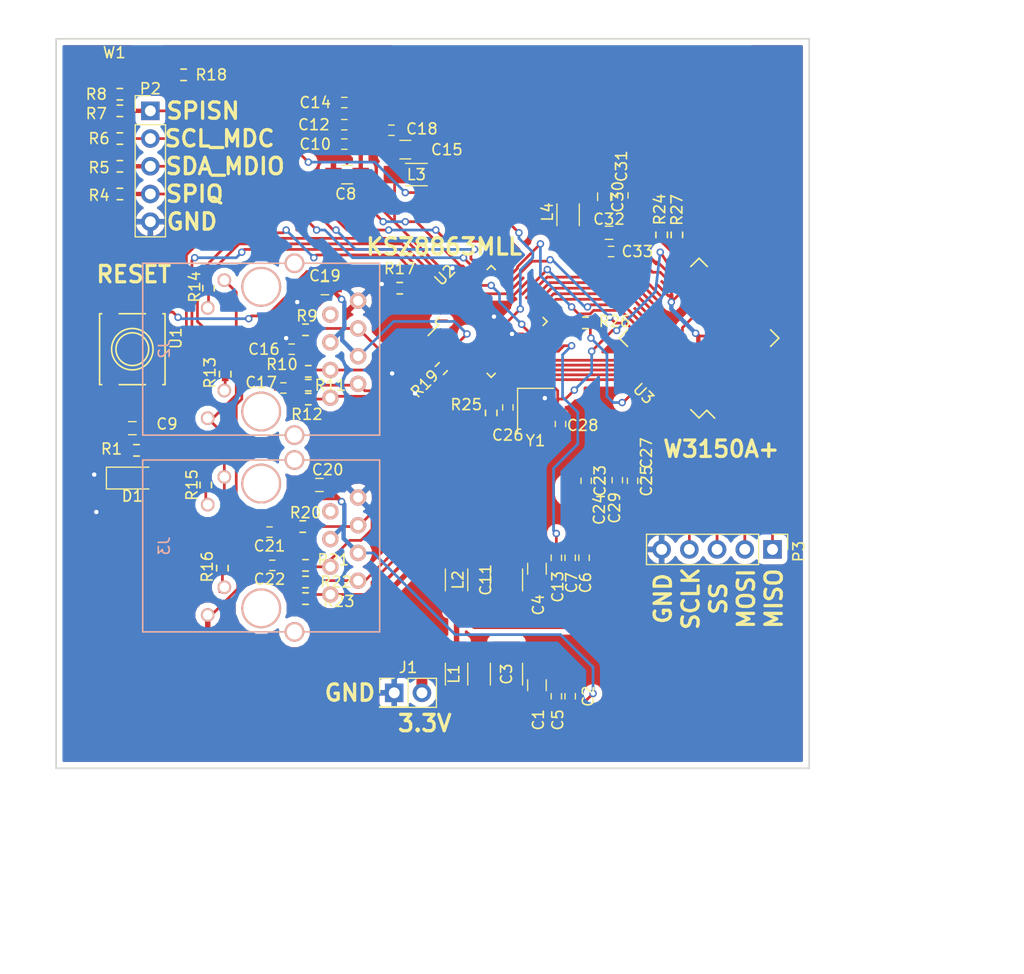
<source format=kicad_pcb>
(kicad_pcb (version 4) (host pcbnew 4.0.6-e0-6349~53~ubuntu16.04.1)
  (title_block (title UNWAVERINGWASP))
  (layers (0 F.Cu signal) (31 B.Cu signal) (34 B.Paste user) (35 F.Paste user) (36 B.SilkS user) (37 F.SilkS user) (38 B.Mask user) (39 F.Mask user) (44 Edge.Cuts user))
  (net 0 "")
  (net 1 VDD)
  (net 2 GND)
  (net 3 VDDA)
  (net 4 VEE)
  (net 5 "Net-(C9-Pad1)")
  (net 6 VPP)
  (net 7 "Net-(C16-Pad1)")
  (net 8 "Net-(C17-Pad1)")
  (net 9 "Net-(C21-Pad1)")
  (net 10 "Net-(C22-Pad1)")
  (net 11 "Net-(C26-Pad1)")
  (net 12 "Net-(C28-Pad1)")
  (net 13 "Net-(C30-Pad1)")
  (net 14 "Net-(C32-Pad1)")
  (net 15 VCC)
  (net 16 "Net-(J2-Pad7)")
  (net 17 "Net-(J2-Pad5)")
  (net 18 "Net-(J2-Pad6)")
  (net 19 "Net-(J2-Pad1)")
  (net 20 "Net-(J2-Pad10)")
  (net 21 "Net-(J2-Pad4)")
  (net 22 "Net-(J3-Pad7)")
  (net 23 "Net-(J3-Pad5)")
  (net 24 "Net-(J3-Pad6)")
  (net 25 "Net-(J3-Pad1)")
  (net 26 "Net-(J3-Pad10)")
  (net 27 "Net-(J3-Pad4)")
  (net 28 "Net-(P2-Pad1)")
  (net 29 "Net-(P2-Pad4)")
  (net 30 "Net-(R18-Pad1)")
  (net 31 "Net-(R13-Pad1)")
  (net 32 "Net-(R14-Pad1)")
  (net 33 "Net-(R15-Pad1)")
  (net 34 "Net-(R16-Pad1)")
  (net 35 "Net-(R17-Pad2)")
  (net 36 "Net-(R18-Pad2)")
  (net 37 "Net-(R19-Pad1)")
  (net 38 "Net-(R25-Pad2)")
  (net 39 "Net-(R26-Pad1)")
  (net 40 "Net-(R26-Pad2)")
  (net 41 "Net-(R27-Pad2)")
  (net 42 "Net-(U2-Pad16)")
  (net 43 "Net-(U2-Pad17)")
  (net 44 "Net-(U2-Pad18)")
  (net 45 "Net-(U2-Pad19)")
  (net 46 "Net-(U2-Pad20)")
  (net 47 "Net-(U2-Pad25)")
  (net 48 "Net-(R24-Pad1)")
  (net 49 "Net-(U2-Pad26)")
  (net 50 "Net-(U2-Pad27)")
  (net 51 "Net-(U2-Pad28)")
  (net 52 "Net-(U2-Pad29)")
  (net 53 "Net-(U2-Pad30)")
  (net 54 "Net-(U2-Pad33)")
  (net 55 "Net-(U2-Pad34)")
  (net 56 "Net-(P2-Pad2)")
  (net 57 "Net-(P2-Pad3)")
  (net 58 "Net-(P3-Pad1)")
  (net 59 "Net-(P3-Pad2)")
  (net 60 "Net-(P3-Pad3)")
  (net 61 "Net-(P3-Pad4)")
  (module Housings_QFP:LQFP-64_10x10mm_Pitch0.5mm (layer F.Cu) (at 150.622 99.568 135)
    (fp_text reference U3 (at 0 -7.2 135) (layer F.SilkS))
    (fp_text value W3150A+)
    (pad 1 smd rect (at -5.7 -3.75 135) (size 1 0.25) (layers F.Cu F.Paste F.Mask) (net 15 VCC))
    (pad 2 smd rect (at -5.7 -3.25 135) (size 1 0.25) (layers F.Cu F.Paste F.Mask) (net 15 VCC))
    (pad 3 smd rect (at -5.7 -2.75 135) (size 1 0.25) (layers F.Cu F.Paste F.Mask) (net 2 GND))
    (pad 4 smd rect (at -5.7 -2.25 135) (size 1 0.25) (layers F.Cu F.Paste F.Mask) (net 2 GND))
    (pad 5 smd rect (at -5.7 -1.75 135) (size 1 0.25) (layers F.Cu F.Paste F.Mask) (net 61 "Net-(P3-Pad4)"))
    (pad 6 smd rect (at -5.7 -1.25 135) (size 1 0.25) (layers F.Cu F.Paste F.Mask) (net 60 "Net-(P3-Pad3)"))
    (pad 7 smd rect (at -5.7 -0.75 135) (size 1 0.25) (layers F.Cu F.Paste F.Mask) (net 59 "Net-(P3-Pad2)"))
    (pad 8 smd rect (at -5.7 -0.25 135) (size 1 0.25) (layers F.Cu F.Paste F.Mask) (net 58 "Net-(P3-Pad1)"))
    (pad 9 smd rect (at -5.7 0.25 135) (size 1 0.25) (layers F.Cu F.Paste F.Mask))
    (pad 10 smd rect (at -5.7 0.75 135) (size 1 0.25) (layers F.Cu F.Paste F.Mask))
    (pad 11 smd rect (at -5.7 1.25 135) (size 1 0.25) (layers F.Cu F.Paste F.Mask))
    (pad 12 smd rect (at -5.7 1.75 135) (size 1 0.25) (layers F.Cu F.Paste F.Mask) (net 2 GND))
    (pad 13 smd rect (at -5.7 2.25 135) (size 1 0.25) (layers F.Cu F.Paste F.Mask) (net 2 GND))
    (pad 14 smd rect (at -5.7 2.75 135) (size 1 0.25) (layers F.Cu F.Paste F.Mask))
    (pad 15 smd rect (at -5.7 3.25 135) (size 1 0.25) (layers F.Cu F.Paste F.Mask))
    (pad 16 smd rect (at -5.7 3.75 135) (size 1 0.25) (layers F.Cu F.Paste F.Mask))
    (pad 17 smd rect (at -3.75 5.7 225) (size 1 0.25) (layers F.Cu F.Paste F.Mask))
    (pad 18 smd rect (at -3.25 5.7 225) (size 1 0.25) (layers F.Cu F.Paste F.Mask))
    (pad 19 smd rect (at -2.75 5.7 225) (size 1 0.25) (layers F.Cu F.Paste F.Mask))
    (pad 20 smd rect (at -2.25 5.7 225) (size 1 0.25) (layers F.Cu F.Paste F.Mask))
    (pad 21 smd rect (at -1.75 5.7 225) (size 1 0.25) (layers F.Cu F.Paste F.Mask))
    (pad 22 smd rect (at -1.25 5.7 225) (size 1 0.25) (layers F.Cu F.Paste F.Mask) (net 15 VCC))
    (pad 23 smd rect (at -0.75 5.7 225) (size 1 0.25) (layers F.Cu F.Paste F.Mask) (net 2 GND))
    (pad 24 smd rect (at -0.25 5.7 225) (size 1 0.25) (layers F.Cu F.Paste F.Mask))
    (pad 25 smd rect (at 0.25 5.7 225) (size 1 0.25) (layers F.Cu F.Paste F.Mask))
    (pad 26 smd rect (at 0.75 5.7 225) (size 1 0.25) (layers F.Cu F.Paste F.Mask))
    (pad 27 smd rect (at 1.25 5.7 225) (size 1 0.25) (layers F.Cu F.Paste F.Mask))
    (pad 28 smd rect (at 1.75 5.7 225) (size 1 0.25) (layers F.Cu F.Paste F.Mask) (net 13 "Net-(C30-Pad1)"))
    (pad 29 smd rect (at 2.25 5.7 225) (size 1 0.25) (layers F.Cu F.Paste F.Mask))
    (pad 30 smd rect (at 2.75 5.7 225) (size 1 0.25) (layers F.Cu F.Paste F.Mask))
    (pad 31 smd rect (at 3.25 5.7 225) (size 1 0.25) (layers F.Cu F.Paste F.Mask))
    (pad 32 smd rect (at 3.75 5.7 225) (size 1 0.25) (layers F.Cu F.Paste F.Mask))
    (pad 33 smd rect (at 5.7 3.75 135) (size 1 0.25) (layers F.Cu F.Paste F.Mask) (net 41 "Net-(R27-Pad2)"))
    (pad 34 smd rect (at 5.7 3.25 135) (size 1 0.25) (layers F.Cu F.Paste F.Mask) (net 48 "Net-(R24-Pad1)"))
    (pad 35 smd rect (at 5.7 2.75 135) (size 1 0.25) (layers F.Cu F.Paste F.Mask) (net 12 "Net-(C28-Pad1)"))
    (pad 36 smd rect (at 5.7 2.25 135) (size 1 0.25) (layers F.Cu F.Paste F.Mask) (net 2 GND))
    (pad 37 smd rect (at 5.7 1.75 135) (size 1 0.25) (layers F.Cu F.Paste F.Mask) (net 14 "Net-(C32-Pad1)"))
    (pad 38 smd rect (at 5.7 1.25 135) (size 1 0.25) (layers F.Cu F.Paste F.Mask) (net 15 VCC))
    (pad 39 smd rect (at 5.7 0.75 135) (size 1 0.25) (layers F.Cu F.Paste F.Mask) (net 15 VCC))
    (pad 40 smd rect (at 5.7 0.25 135) (size 1 0.25) (layers F.Cu F.Paste F.Mask) (net 52 "Net-(U2-Pad29)"))
    (pad 41 smd rect (at 5.7 -0.25 135) (size 1 0.25) (layers F.Cu F.Paste F.Mask) (net 51 "Net-(U2-Pad28)"))
    (pad 42 smd rect (at 5.7 -0.75 135) (size 1 0.25) (layers F.Cu F.Paste F.Mask) (net 50 "Net-(U2-Pad27)"))
    (pad 43 smd rect (at 5.7 -1.25 135) (size 1 0.25) (layers F.Cu F.Paste F.Mask) (net 49 "Net-(U2-Pad26)"))
    (pad 44 smd rect (at 5.7 -1.75 135) (size 1 0.25) (layers F.Cu F.Paste F.Mask) (net 47 "Net-(U2-Pad25)"))
    (pad 45 smd rect (at 5.7 -2.25 135) (size 1 0.25) (layers F.Cu F.Paste F.Mask) (net 2 GND))
    (pad 46 smd rect (at 5.7 -2.75 135) (size 1 0.25) (layers F.Cu F.Paste F.Mask) (net 53 "Net-(U2-Pad30)"))
    (pad 47 smd rect (at 5.7 -3.25 135) (size 1 0.25) (layers F.Cu F.Paste F.Mask) (net 55 "Net-(U2-Pad34)"))
    (pad 48 smd rect (at 5.7 -3.75 135) (size 1 0.25) (layers F.Cu F.Paste F.Mask) (net 54 "Net-(U2-Pad33)"))
    (pad 49 smd rect (at 3.75 -5.7 225) (size 1 0.25) (layers F.Cu F.Paste F.Mask) (net 46 "Net-(U2-Pad20)"))
    (pad 50 smd rect (at 3.25 -5.7 225) (size 1 0.25) (layers F.Cu F.Paste F.Mask) (net 45 "Net-(U2-Pad19)"))
    (pad 51 smd rect (at 2.75 -5.7 225) (size 1 0.25) (layers F.Cu F.Paste F.Mask) (net 44 "Net-(U2-Pad18)"))
    (pad 52 smd rect (at 2.25 -5.7 225) (size 1 0.25) (layers F.Cu F.Paste F.Mask) (net 43 "Net-(U2-Pad17)"))
    (pad 53 smd rect (at 1.75 -5.7 225) (size 1 0.25) (layers F.Cu F.Paste F.Mask) (net 42 "Net-(U2-Pad16)"))
    (pad 54 smd rect (at 1.25 -5.7 225) (size 1 0.25) (layers F.Cu F.Paste F.Mask) (net 2 GND))
    (pad 55 smd rect (at 0.75 -5.7 225) (size 1 0.25) (layers F.Cu F.Paste F.Mask) (net 39 "Net-(R26-Pad1)"))
    (pad 56 smd rect (at 0.25 -5.7 225) (size 1 0.25) (layers F.Cu F.Paste F.Mask) (net 2 GND))
    (pad 57 smd rect (at -0.25 -5.7 225) (size 1 0.25) (layers F.Cu F.Paste F.Mask) (net 13 "Net-(C30-Pad1)"))
    (pad 58 smd rect (at -0.75 -5.7 225) (size 1 0.25) (layers F.Cu F.Paste F.Mask) (net 15 VCC))
    (pad 59 smd rect (at -1.25 -5.7 225) (size 1 0.25) (layers F.Cu F.Paste F.Mask) (net 2 GND))
    (pad 60 smd rect (at -1.75 -5.7 225) (size 1 0.25) (layers F.Cu F.Paste F.Mask) (net 2 GND))
    (pad 61 smd rect (at -2.25 -5.7 225) (size 1 0.25) (layers F.Cu F.Paste F.Mask))
    (pad 62 smd rect (at -2.75 -5.7 225) (size 1 0.25) (layers F.Cu F.Paste F.Mask))
    (pad 63 smd rect (at -3.25 -5.7 225) (size 1 0.25) (layers F.Cu F.Paste F.Mask))
    (pad 64 smd rect (at -3.75 -5.7 225) (size 1 0.25) (layers F.Cu F.Paste F.Mask))
  )
  (module Resistors_SMD:R_0402 (layer F.Cu) (at 147.193 90.1065 90)
    (fp_text reference R24 (at 2.334867 -0.179605 90) (layer F.SilkS))
    (fp_text value 1K)
    (pad 1 smd rect (at -0.45 0 90) (size 0.4 0.6) (layers F.Cu F.Paste F.Mask) (net 48 "Net-(R24-Pad1)"))
    (pad 2 smd rect (at 0.45 0 90) (size 0.4 0.6) (layers F.Cu F.Paste F.Mask) (net 2 GND))
  )
  (module Diodes_SMD:D_SOD-123 (layer F.Cu) (at 98.552 112.395)
    (fp_text reference D1 (at 0.127 1.651) (layer F.SilkS))
    (fp_text value 1n4148)
    (pad 1 smd rect (at -1.65 0) (size 0.9 1.2) (layers F.Cu F.Paste F.Mask) (net 3 VDDA))
    (pad 2 smd rect (at 1.65 0) (size 0.9 1.2) (layers F.Cu F.Paste F.Mask) (net 5 "Net-(C9-Pad1)"))
  )
  (module Pin_Headers:Pin_Header_Straight_1x05_Pitch2.54mm (layer F.Cu) (at 100.33 78.74)
    (fp_text reference P2 (at 0 -2.032) (layer F.SilkS))
    (fp_text value CONN_01X05)
    (pad 1 thru_hole rect (at 0 0) (size 1.7 1.7) (drill 1) (layers *.Cu *.Mask) (net 28 "Net-(P2-Pad1)"))
    (pad 2 thru_hole oval (at 0 2.54) (size 1.7 1.7) (drill 1) (layers *.Cu *.Mask) (net 56 "Net-(P2-Pad2)"))
    (pad 3 thru_hole oval (at 0 5.08) (size 1.7 1.7) (drill 1) (layers *.Cu *.Mask) (net 57 "Net-(P2-Pad3)"))
    (pad 4 thru_hole oval (at 0 7.62) (size 1.7 1.7) (drill 1) (layers *.Cu *.Mask) (net 29 "Net-(P2-Pad4)"))
    (pad 5 thru_hole oval (at 0 10.16) (size 1.7 1.7) (drill 1) (layers *.Cu *.Mask) (net 2 GND))
  )
  (module Pin_Headers:Pin_Header_Straight_1x05_Pitch2.54mm (layer F.Cu) (at 157.353 118.9355 270)
    (fp_text reference P3 (at 0.1905 -2.413 270) (layer F.SilkS))
    (fp_text value CONN_01X05)
    (pad 1 thru_hole rect (at 0 0 270) (size 1.7 1.7) (drill 1) (layers *.Cu *.Mask) (net 58 "Net-(P3-Pad1)"))
    (pad 2 thru_hole oval (at 0 2.54 270) (size 1.7 1.7) (drill 1) (layers *.Cu *.Mask) (net 59 "Net-(P3-Pad2)"))
    (pad 3 thru_hole oval (at 0 5.08 270) (size 1.7 1.7) (drill 1) (layers *.Cu *.Mask) (net 60 "Net-(P3-Pad3)"))
    (pad 4 thru_hole oval (at 0 7.62 270) (size 1.7 1.7) (drill 1) (layers *.Cu *.Mask) (net 61 "Net-(P3-Pad4)"))
    (pad 5 thru_hole oval (at 0 10.16 270) (size 1.7 1.7) (drill 1) (layers *.Cu *.Mask) (net 2 GND))
  )
  (module Housings_QFP:LQFP-48_7x7mm_Pitch0.5mm (layer F.Cu) (at 131.572 98.044 45)
    (fp_text reference U2 (at 0 -6 45) (layer F.SilkS))
    (fp_text value KSZ8863MLL)
    (pad 1 smd rect (at -4.35 -2.75 45) (size 1.3 0.25) (layers F.Cu F.Paste F.Mask) (net 16 "Net-(J2-Pad7)"))
    (pad 2 smd rect (at -4.35 -2.25 45) (size 1.3 0.25) (layers F.Cu F.Paste F.Mask) (net 18 "Net-(J2-Pad6)"))
    (pad 3 smd rect (at -4.35 -1.75 45) (size 1.3 0.25) (layers F.Cu F.Paste F.Mask) (net 17 "Net-(J2-Pad5)"))
    (pad 4 smd rect (at -4.35 -1.25 45) (size 1.3 0.25) (layers F.Cu F.Paste F.Mask) (net 21 "Net-(J2-Pad4)"))
    (pad 5 smd rect (at -4.35 -0.75 45) (size 1.3 0.25) (layers F.Cu F.Paste F.Mask) (net 1 VDD))
    (pad 6 smd rect (at -4.35 -0.25 45) (size 1.3 0.25) (layers F.Cu F.Paste F.Mask) (net 37 "Net-(R19-Pad1)"))
    (pad 7 smd rect (at -4.35 0.25 45) (size 1.3 0.25) (layers F.Cu F.Paste F.Mask) (net 6 VPP))
    (pad 8 smd rect (at -4.35 0.75 45) (size 1.3 0.25) (layers F.Cu F.Paste F.Mask) (net 22 "Net-(J3-Pad7)"))
    (pad 9 smd rect (at -4.35 1.25 45) (size 1.3 0.25) (layers F.Cu F.Paste F.Mask) (net 24 "Net-(J3-Pad6)"))
    (pad 10 smd rect (at -4.35 1.75 45) (size 1.3 0.25) (layers F.Cu F.Paste F.Mask) (net 2 GND))
    (pad 11 smd rect (at -4.35 2.25 45) (size 1.3 0.25) (layers F.Cu F.Paste F.Mask) (net 23 "Net-(J3-Pad5)"))
    (pad 12 smd rect (at -4.35 2.75 45) (size 1.3 0.25) (layers F.Cu F.Paste F.Mask) (net 27 "Net-(J3-Pad4)"))
    (pad 13 smd rect (at -2.75 4.35 135) (size 1.3 0.25) (layers F.Cu F.Paste F.Mask) (net 38 "Net-(R25-Pad2)"))
    (pad 14 smd rect (at -2.25 4.35 135) (size 1.3 0.25) (layers F.Cu F.Paste F.Mask) (net 11 "Net-(C26-Pad1)"))
    (pad 15 smd rect (at -1.75 4.35 135) (size 1.3 0.25) (layers F.Cu F.Paste F.Mask) (net 12 "Net-(C28-Pad1)"))
    (pad 16 smd rect (at -1.25 4.35 135) (size 1.3 0.25) (layers F.Cu F.Paste F.Mask) (net 42 "Net-(U2-Pad16)"))
    (pad 17 smd rect (at -0.75 4.35 135) (size 1.3 0.25) (layers F.Cu F.Paste F.Mask) (net 43 "Net-(U2-Pad17)"))
    (pad 18 smd rect (at -0.25 4.35 135) (size 1.3 0.25) (layers F.Cu F.Paste F.Mask) (net 44 "Net-(U2-Pad18)"))
    (pad 19 smd rect (at 0.25 4.35 135) (size 1.3 0.25) (layers F.Cu F.Paste F.Mask) (net 45 "Net-(U2-Pad19)"))
    (pad 20 smd rect (at 0.75 4.35 135) (size 1.3 0.25) (layers F.Cu F.Paste F.Mask) (net 46 "Net-(U2-Pad20)"))
    (pad 21 smd rect (at 1.25 4.35 135) (size 1.3 0.25) (layers F.Cu F.Paste F.Mask) (net 2 GND))
    (pad 22 smd rect (at 1.75 4.35 135) (size 1.3 0.25) (layers F.Cu F.Paste F.Mask) (net 3 VDDA))
    (pad 23 smd rect (at 2.25 4.35 135) (size 1.3 0.25) (layers F.Cu F.Paste F.Mask) (net 40 "Net-(R26-Pad2)"))
    (pad 24 smd rect (at 2.75 4.35 135) (size 1.3 0.25) (layers F.Cu F.Paste F.Mask))
    (pad 25 smd rect (at 4.35 2.75 45) (size 1.3 0.25) (layers F.Cu F.Paste F.Mask) (net 47 "Net-(U2-Pad25)"))
    (pad 26 smd rect (at 4.35 2.25 45) (size 1.3 0.25) (layers F.Cu F.Paste F.Mask) (net 49 "Net-(U2-Pad26)"))
    (pad 27 smd rect (at 4.35 1.75 45) (size 1.3 0.25) (layers F.Cu F.Paste F.Mask) (net 50 "Net-(U2-Pad27)"))
    (pad 28 smd rect (at 4.35 1.25 45) (size 1.3 0.25) (layers F.Cu F.Paste F.Mask) (net 51 "Net-(U2-Pad28)"))
    (pad 29 smd rect (at 4.35 0.75 45) (size 1.3 0.25) (layers F.Cu F.Paste F.Mask) (net 52 "Net-(U2-Pad29)"))
    (pad 30 smd rect (at 4.35 0.25 45) (size 1.3 0.25) (layers F.Cu F.Paste F.Mask) (net 53 "Net-(U2-Pad30)"))
    (pad 31 smd rect (at 4.35 -0.25 45) (size 1.3 0.25) (layers F.Cu F.Paste F.Mask) (net 2 GND))
    (pad 32 smd rect (at 4.35 -0.75 45) (size 1.3 0.25) (layers F.Cu F.Paste F.Mask) (net 4 VEE))
    (pad 33 smd rect (at 4.35 -1.25 45) (size 1.3 0.25) (layers F.Cu F.Paste F.Mask) (net 54 "Net-(U2-Pad33)"))
    (pad 34 smd rect (at 4.35 -1.75 45) (size 1.3 0.25) (layers F.Cu F.Paste F.Mask) (net 55 "Net-(U2-Pad34)"))
    (pad 35 smd rect (at 4.35 -2.25 45) (size 1.3 0.25) (layers F.Cu F.Paste F.Mask) (net 36 "Net-(R18-Pad2)"))
    (pad 36 smd rect (at 4.35 -2.75 45) (size 1.3 0.25) (layers F.Cu F.Paste F.Mask) (net 56 "Net-(P2-Pad2)"))
    (pad 37 smd rect (at 2.75 -4.35 135) (size 1.3 0.25) (layers F.Cu F.Paste F.Mask) (net 57 "Net-(P2-Pad3)"))
    (pad 38 smd rect (at 2.25 -4.35 135) (size 1.3 0.25) (layers F.Cu F.Paste F.Mask) (net 29 "Net-(P2-Pad4)"))
    (pad 39 smd rect (at 1.75 -4.35 135) (size 1.3 0.25) (layers F.Cu F.Paste F.Mask) (net 28 "Net-(P2-Pad1)"))
    (pad 40 smd rect (at 1.25 -4.35 135) (size 1.3 0.25) (layers F.Cu F.Paste F.Mask) (net 3 VDDA))
    (pad 41 smd rect (at 0.75 -4.35 135) (size 1.3 0.25) (layers F.Cu F.Paste F.Mask) (net 2 GND))
    (pad 42 smd rect (at 0.25 -4.35 135) (size 1.3 0.25) (layers F.Cu F.Paste F.Mask) (net 4 VEE))
    (pad 43 smd rect (at -0.25 -4.35 135) (size 1.3 0.25) (layers F.Cu F.Paste F.Mask) (net 31 "Net-(R13-Pad1)"))
    (pad 44 smd rect (at -0.75 -4.35 135) (size 1.3 0.25) (layers F.Cu F.Paste F.Mask) (net 32 "Net-(R14-Pad1)"))
    (pad 45 smd rect (at -1.25 -4.35 135) (size 1.3 0.25) (layers F.Cu F.Paste F.Mask) (net 33 "Net-(R15-Pad1)"))
    (pad 46 smd rect (at -1.75 -4.35 135) (size 1.3 0.25) (layers F.Cu F.Paste F.Mask) (net 34 "Net-(R16-Pad1)"))
    (pad 47 smd rect (at -2.25 -4.35 135) (size 1.3 0.25) (layers F.Cu F.Paste F.Mask) (net 5 "Net-(C9-Pad1)"))
    (pad 48 smd rect (at -2.75 -4.35 135) (size 1.3 0.25) (layers F.Cu F.Paste F.Mask) (net 35 "Net-(R17-Pad2)"))
  )
  (module Measurement_Points:Measurement_Point_Round-SMD-Pad_Big (layer F.Cu) (at 100.076 74.422)
    (fp_text reference W1 (at -3.048 -1.016) (layer F.SilkS))
    (fp_text value TEST_1P)
    (pad 1 smd circle (at 0 0) (size 3 3) (layers F.Cu F.Mask) (net 30 "Net-(R18-Pad1)"))
  )
  (module Crystals:Crystal_SMD_Abracon_ABM8G-4pin_3.2x2.5mm (layer F.Cu) (at 135.636 106.172 270)
    (fp_text reference Y1 (at 2.794 0 360) (layer F.SilkS))
    (fp_text value 25MHz)
    (pad 1 smd rect (at -1.1 0.85 270) (size 1.4 1.2) (layers F.Cu F.Mask) (net 11 "Net-(C26-Pad1)"))
    (pad 2 smd rect (at 1.1 0.85 270) (size 1.4 1.2) (layers F.Cu F.Mask) (net 2 GND))
    (pad 3 smd rect (at 1.1 -0.85 270) (size 1.4 1.2) (layers F.Cu F.Mask) (net 12 "Net-(C28-Pad1)"))
    (pad 4 smd rect (at -1.1 -0.85 270) (size 1.4 1.2) (layers F.Cu F.Mask) (net 2 GND))
  )
  (module Capacitors_SMD:C_0805_HandSoldering (layer F.Cu) (at 135.763 131.3815 90)
    (fp_text reference C1 (at -3.175 0.127 90) (layer F.SilkS))
    (fp_text value 22uF/20V)
    (pad 1 smd rect (at -1.25 0 90) (size 1.5 1.25) (layers F.Cu F.Paste F.Mask) (net 1 VDD))
    (pad 2 smd rect (at 1.25 0 90) (size 1.5 1.25) (layers F.Cu F.Paste F.Mask) (net 2 GND))
  )
  (module Capacitors_SMD:C_0402 (layer F.Cu) (at 138.811 132.3975 90)
    (fp_text reference C2 (at 0 1.651 90) (layer F.SilkS))
    (fp_text value 0.1uF)
    (pad 1 smd rect (at -0.55 0 90) (size 0.6 0.5) (layers F.Cu F.Paste F.Mask) (net 1 VDD))
    (pad 2 smd rect (at 0.55 0 90) (size 0.6 0.5) (layers F.Cu F.Paste F.Mask) (net 2 GND))
  )
  (module Capacitors_SMD:C_1210_HandSoldering (layer F.Cu) (at 132.969 130.3655 90)
    (fp_text reference C3 (at 0 0 90) (layer F.SilkS))
    (fp_text value 100uF/16V)
    (pad 1 smd rect (at -2 0 90) (size 2 2.5) (layers F.Cu F.Paste F.Mask) (net 1 VDD))
    (pad 2 smd rect (at 2 0 90) (size 2 2.5) (layers F.Cu F.Paste F.Mask) (net 2 GND))
  )
  (module Capacitors_SMD:C_0805_HandSoldering (layer F.Cu) (at 135.763 120.7135 270)
    (fp_text reference C4 (at 3.302 -0.127 270) (layer F.SilkS))
    (fp_text value 22uF/20V)
    (pad 1 smd rect (at -1.25 0 270) (size 1.5 1.25) (layers F.Cu F.Paste F.Mask) (net 3 VDDA))
    (pad 2 smd rect (at 1.25 0 270) (size 1.5 1.25) (layers F.Cu F.Paste F.Mask) (net 2 GND))
  )
  (module Capacitors_SMD:C_0402 (layer F.Cu) (at 137.541 132.3975 90)
    (fp_text reference C5 (at -2.159 0.127 90) (layer F.SilkS))
    (fp_text value 0.1uF)
    (pad 1 smd rect (at -0.55 0 90) (size 0.6 0.5) (layers F.Cu F.Paste F.Mask) (net 1 VDD))
    (pad 2 smd rect (at 0.55 0 90) (size 0.6 0.5) (layers F.Cu F.Paste F.Mask) (net 2 GND))
  )
  (module Capacitors_SMD:C_0402 (layer F.Cu) (at 140.081 119.6975 270)
    (fp_text reference C6 (at 2.286 -0.127 270) (layer F.SilkS))
    (fp_text value 0.1uF)
    (pad 1 smd rect (at -0.55 0 270) (size 0.6 0.5) (layers F.Cu F.Paste F.Mask) (net 3 VDDA))
    (pad 2 smd rect (at 0.55 0 270) (size 0.6 0.5) (layers F.Cu F.Paste F.Mask) (net 2 GND))
  )
  (module Capacitors_SMD:C_0402 (layer F.Cu) (at 138.811 119.6975 270)
    (fp_text reference C7 (at 2.286 -0.127 270) (layer F.SilkS))
    (fp_text value 0.1uF)
    (pad 1 smd rect (at -0.55 0 270) (size 0.6 0.5) (layers F.Cu F.Paste F.Mask) (net 3 VDDA))
    (pad 2 smd rect (at 0.55 0 270) (size 0.6 0.5) (layers F.Cu F.Paste F.Mask) (net 2 GND))
  )
  (module Capacitors_SMD:C_0805_HandSoldering (layer F.Cu) (at 118.364 84.582 180)
    (fp_text reference C8 (at 0.127 -1.778 180) (layer F.SilkS))
    (fp_text value 22uF/20V)
    (pad 1 smd rect (at -1.25 0 180) (size 1.5 1.25) (layers F.Cu F.Paste F.Mask) (net 4 VEE))
    (pad 2 smd rect (at 1.25 0 180) (size 1.5 1.25) (layers F.Cu F.Paste F.Mask) (net 2 GND))
  )
  (module Capacitors_SMD:C_0603_HandSoldering (layer F.Cu) (at 98.679 107.823 180)
    (fp_text reference C9 (at -3.175 0.381 180) (layer F.SilkS))
    (fp_text value 10Uf)
    (pad 1 smd rect (at -0.95 0 180) (size 1.2 0.75) (layers F.Cu F.Paste F.Mask) (net 5 "Net-(C9-Pad1)"))
    (pad 2 smd rect (at 0.95 0 180) (size 1.2 0.75) (layers F.Cu F.Paste F.Mask) (net 2 GND))
  )
  (module Capacitors_SMD:C_0402 (layer F.Cu) (at 118.11 81.788 180)
    (fp_text reference C10 (at 2.667 0 180) (layer F.SilkS))
    (fp_text value 0.1uF)
    (pad 1 smd rect (at -0.55 0 180) (size 0.6 0.5) (layers F.Cu F.Paste F.Mask) (net 4 VEE))
    (pad 2 smd rect (at 0.55 0 180) (size 0.6 0.5) (layers F.Cu F.Paste F.Mask) (net 2 GND))
  )
  (module Capacitors_SMD:C_1210_HandSoldering (layer F.Cu) (at 132.969 121.7295 270)
    (fp_text reference C11 (at 0 1.905 270) (layer F.SilkS))
    (fp_text value 100uF/16V)
    (pad 1 smd rect (at -2 0 270) (size 2 2.5) (layers F.Cu F.Paste F.Mask) (net 3 VDDA))
    (pad 2 smd rect (at 2 0 270) (size 2 2.5) (layers F.Cu F.Paste F.Mask) (net 2 GND))
  )
  (module Capacitors_SMD:C_0402 (layer F.Cu) (at 118.11 80.01 180)
    (fp_text reference C12 (at 2.794 0 180) (layer F.SilkS))
    (fp_text value 0.1uF)
    (pad 1 smd rect (at -0.55 0 180) (size 0.6 0.5) (layers F.Cu F.Paste F.Mask) (net 4 VEE))
    (pad 2 smd rect (at 0.55 0 180) (size 0.6 0.5) (layers F.Cu F.Paste F.Mask) (net 2 GND))
  )
  (module Capacitors_SMD:C_0402 (layer F.Cu) (at 137.541 119.6975 270)
    (fp_text reference C13 (at 2.667 -0.127 270) (layer F.SilkS))
    (fp_text value 0.1uF)
    (pad 1 smd rect (at -0.55 0 270) (size 0.6 0.5) (layers F.Cu F.Paste F.Mask) (net 3 VDDA))
    (pad 2 smd rect (at 0.55 0 270) (size 0.6 0.5) (layers F.Cu F.Paste F.Mask) (net 2 GND))
  )
  (module Capacitors_SMD:C_0402 (layer F.Cu) (at 118.11 77.978 180)
    (fp_text reference C14 (at 2.667 0 180) (layer F.SilkS))
    (fp_text value 0.1uF)
    (pad 1 smd rect (at -0.55 0 180) (size 0.6 0.5) (layers F.Cu F.Paste F.Mask) (net 4 VEE))
    (pad 2 smd rect (at 0.55 0 180) (size 0.6 0.5) (layers F.Cu F.Paste F.Mask) (net 2 GND))
  )
  (module Capacitors_SMD:C_0805_HandSoldering (layer F.Cu) (at 123.698 82.296 180)
    (fp_text reference C15 (at -3.81 0 180) (layer F.SilkS))
    (fp_text value 22uF/20V)
    (pad 1 smd rect (at -1.25 0 180) (size 1.5 1.25) (layers F.Cu F.Paste F.Mask) (net 6 VPP))
    (pad 2 smd rect (at 1.25 0 180) (size 1.5 1.25) (layers F.Cu F.Paste F.Mask) (net 2 GND))
  )
  (module Capacitors_SMD:C_0402 (layer F.Cu) (at 113.284 100.584 180)
    (fp_text reference C16 (at 2.54 0 180) (layer F.SilkS))
    (fp_text value 0.1uF)
    (pad 1 smd rect (at -0.55 0 180) (size 0.6 0.5) (layers F.Cu F.Paste F.Mask) (net 7 "Net-(C16-Pad1)"))
    (pad 2 smd rect (at 0.55 0 180) (size 0.6 0.5) (layers F.Cu F.Paste F.Mask) (net 2 GND))
  )
  (module Capacitors_SMD:C_0402 (layer F.Cu) (at 112.522 104.14 180)
    (fp_text reference C17 (at 2.032 0.508 180) (layer F.SilkS))
    (fp_text value 0.1uF)
    (pad 1 smd rect (at -0.55 0 180) (size 0.6 0.5) (layers F.Cu F.Paste F.Mask) (net 8 "Net-(C17-Pad1)"))
    (pad 2 smd rect (at 0.55 0 180) (size 0.6 0.5) (layers F.Cu F.Paste F.Mask) (net 2 GND))
  )
  (module Capacitors_SMD:C_0402 (layer F.Cu) (at 122.428 80.518 180)
    (fp_text reference C18 (at -2.794 0.127 180) (layer F.SilkS))
    (fp_text value 0.1uF)
    (pad 1 smd rect (at -0.55 0 180) (size 0.6 0.5) (layers F.Cu F.Paste F.Mask) (net 6 VPP))
    (pad 2 smd rect (at 0.55 0 180) (size 0.6 0.5) (layers F.Cu F.Paste F.Mask) (net 2 GND))
  )
  (module Capacitors_SMD:C_0603_HandSoldering (layer F.Cu) (at 116.332 94.996 180)
    (fp_text reference C19 (at 0 1.143 180) (layer F.SilkS))
    (fp_text value 10uF)
    (pad 1 smd rect (at -0.95 0 180) (size 1.2 0.75) (layers F.Cu F.Paste F.Mask) (net 1 VDD))
    (pad 2 smd rect (at 0.95 0 180) (size 1.2 0.75) (layers F.Cu F.Paste F.Mask) (net 2 GND))
  )
  (module Capacitors_SMD:C_0603_HandSoldering (layer F.Cu) (at 115.824 113.03 180)
    (fp_text reference C20 (at -0.762 1.397 180) (layer F.SilkS))
    (fp_text value 10uF)
    (pad 1 smd rect (at -0.95 0 180) (size 1.2 0.75) (layers F.Cu F.Paste F.Mask) (net 1 VDD))
    (pad 2 smd rect (at 0.95 0 180) (size 1.2 0.75) (layers F.Cu F.Paste F.Mask) (net 2 GND))
  )
  (module Capacitors_SMD:C_0402 (layer F.Cu) (at 111.252 117.348 180)
    (fp_text reference C21 (at 0 -1.27 180) (layer F.SilkS))
    (fp_text value 0.1uF)
    (pad 1 smd rect (at -0.55 0 180) (size 0.6 0.5) (layers F.Cu F.Paste F.Mask) (net 9 "Net-(C21-Pad1)"))
    (pad 2 smd rect (at 0.55 0 180) (size 0.6 0.5) (layers F.Cu F.Paste F.Mask) (net 2 GND))
  )
  (module Capacitors_SMD:C_0402 (layer F.Cu) (at 111.506 120.396 180)
    (fp_text reference C22 (at 0.254 -1.27 180) (layer F.SilkS))
    (fp_text value 0.1uF)
    (pad 1 smd rect (at -0.55 0 180) (size 0.6 0.5) (layers F.Cu F.Paste F.Mask) (net 10 "Net-(C22-Pad1)"))
    (pad 2 smd rect (at 0.55 0 180) (size 0.6 0.5) (layers F.Cu F.Paste F.Mask) (net 2 GND))
  )
  (module Capacitors_SMD:C_0402 (layer F.Cu) (at 141.478 112.5855 270)
    (fp_text reference C24 (at 2.667 0 270) (layer F.SilkS))
    (fp_text value 0.1uF)
    (pad 1 smd rect (at -0.55 0 270) (size 0.6 0.5) (layers F.Cu F.Paste F.Mask) (net 15 VCC))
    (pad 2 smd rect (at 0.55 0 270) (size 0.6 0.5) (layers F.Cu F.Paste F.Mask) (net 2 GND))
  )
  (module Capacitors_SMD:C_0402 (layer F.Cu) (at 133.096 105.918 270)
    (fp_text reference C26 (at 2.54 0 360) (layer F.SilkS))
    (fp_text value 18pF)
    (pad 1 smd rect (at -0.55 0 270) (size 0.6 0.5) (layers F.Cu F.Paste F.Mask) (net 11 "Net-(C26-Pad1)"))
    (pad 2 smd rect (at 0.55 0 270) (size 0.6 0.5) (layers F.Cu F.Paste F.Mask) (net 2 GND))
  )
  (module Capacitors_SMD:C_0402 (layer F.Cu) (at 145.796 112.522 270)
    (fp_text reference C27 (at -2.413 0 270) (layer F.SilkS))
    (fp_text value 0.1uF)
    (pad 1 smd rect (at -0.55 0 270) (size 0.6 0.5) (layers F.Cu F.Paste F.Mask) (net 15 VCC))
    (pad 2 smd rect (at 0.55 0 270) (size 0.6 0.5) (layers F.Cu F.Paste F.Mask) (net 2 GND))
  )
  (module Capacitors_SMD:C_0402 (layer F.Cu) (at 137.922 107.442 270)
    (fp_text reference C28 (at 0.127 -2.032 360) (layer F.SilkS))
    (fp_text value 18pF)
    (pad 1 smd rect (at -0.55 0 270) (size 0.6 0.5) (layers F.Cu F.Paste F.Mask) (net 12 "Net-(C28-Pad1)"))
    (pad 2 smd rect (at 0.55 0 270) (size 0.6 0.5) (layers F.Cu F.Paste F.Mask) (net 2 GND))
  )
  (module Capacitors_SMD:C_0402 (layer F.Cu) (at 143.129 112.5855 270)
    (fp_text reference C29 (at 2.54 0.254 270) (layer F.SilkS))
    (fp_text value 0.1uF)
    (pad 1 smd rect (at -0.55 0 270) (size 0.6 0.5) (layers F.Cu F.Paste F.Mask) (net 15 VCC))
    (pad 2 smd rect (at 0.55 0 270) (size 0.6 0.5) (layers F.Cu F.Paste F.Mask) (net 2 GND))
  )
  (module Capacitors_SMD:C_0402 (layer F.Cu) (at 143.637 86.487 270)
    (fp_text reference C31 (at -2.667 0.127 270) (layer F.SilkS))
    (fp_text value 0.1uF)
    (pad 1 smd rect (at -0.55 0 270) (size 0.6 0.5) (layers F.Cu F.Paste F.Mask) (net 13 "Net-(C30-Pad1)"))
    (pad 2 smd rect (at 0.55 0 270) (size 0.6 0.5) (layers F.Cu F.Paste F.Mask) (net 2 GND))
  )
  (module Capacitors_SMD:C_0402 (layer F.Cu) (at 142.5575 91.6305)
    (fp_text reference C33 (at 2.413 0) (layer F.SilkS))
    (fp_text value 0.1uF)
    (pad 1 smd rect (at -0.55 0) (size 0.6 0.5) (layers F.Cu F.Paste F.Mask) (net 14 "Net-(C32-Pad1)"))
    (pad 2 smd rect (at 0.55 0) (size 0.6 0.5) (layers F.Cu F.Paste F.Mask) (net 2 GND))
  )
  (module Capacitors_SMD:C_1206_HandSoldering (layer F.Cu) (at 128.397 130.3655 90)
    (fp_text reference L1 (at 0 -0.254 90) (layer F.SilkS))
    (fp_text value 50)
    (pad 1 smd rect (at -2 0 90) (size 2 1.6) (layers F.Cu F.Paste F.Mask) (net 1 VDD))
    (pad 2 smd rect (at 2 0 90) (size 2 1.6) (layers F.Cu F.Paste F.Mask) (net 15 VCC))
  )
  (module Capacitors_SMD:C_1206_HandSoldering (layer F.Cu) (at 128.397 121.7295 270)
    (fp_text reference L2 (at 0 -0.127 270) (layer F.SilkS))
    (fp_text value 50)
    (pad 1 smd rect (at -2 0 270) (size 2 1.6) (layers F.Cu F.Paste F.Mask) (net 3 VDDA))
    (pad 2 smd rect (at 2 0 270) (size 2 1.6) (layers F.Cu F.Paste F.Mask) (net 15 VCC))
  )
  (module Capacitors_SMD:C_1206_HandSoldering (layer F.Cu) (at 124.714 84.582)
    (fp_text reference L3 (at 0 0) (layer F.SilkS))
    (fp_text value 50)
    (pad 1 smd rect (at -2 0) (size 2 1.6) (layers F.Cu F.Paste F.Mask) (net 4 VEE))
    (pad 2 smd rect (at 2 0) (size 2 1.6) (layers F.Cu F.Paste F.Mask) (net 6 VPP))
  )
  (module Capacitors_SMD:C_1206_HandSoldering (layer F.Cu) (at 138.6205 88.265 90)
    (fp_text reference L4 (at 0.254 -1.905 90) (layer F.SilkS))
    (fp_text value 4.7uH)
    (pad 1 smd rect (at -2 0 90) (size 2 1.6) (layers F.Cu F.Paste F.Mask) (net 14 "Net-(C32-Pad1)"))
    (pad 2 smd rect (at 2 0 90) (size 2 1.6) (layers F.Cu F.Paste F.Mask) (net 13 "Net-(C30-Pad1)"))
  )
  (module Resistors_SMD:R_0402 (layer F.Cu) (at 99.06 109.855)
    (fp_text reference R1 (at -2.286 -0.127) (layer F.SilkS))
    (fp_text value 10k)
    (pad 1 smd rect (at -0.45 0) (size 0.4 0.6) (layers F.Cu F.Paste F.Mask) (net 3 VDDA))
    (pad 2 smd rect (at 0.45 0) (size 0.4 0.6) (layers F.Cu F.Paste F.Mask) (net 5 "Net-(C9-Pad1)"))
  )
  (module Resistors_SMD:R_0402 (layer F.Cu) (at 97.536 86.36 180)
    (fp_text reference R4 (at 1.905 -0.127 180) (layer F.SilkS))
    (fp_text value 1k)
    (pad 1 smd rect (at -0.45 0 180) (size 0.4 0.6) (layers F.Cu F.Paste F.Mask) (net 29 "Net-(P2-Pad4)"))
    (pad 2 smd rect (at 0.45 0 180) (size 0.4 0.6) (layers F.Cu F.Paste F.Mask) (net 3 VDDA))
  )
  (module Resistors_SMD:R_0402 (layer F.Cu) (at 97.536 83.82 180)
    (fp_text reference R5 (at 1.905 -0.127 180) (layer F.SilkS))
    (fp_text value 1k)
    (pad 1 smd rect (at -0.45 0 180) (size 0.4 0.6) (layers F.Cu F.Paste F.Mask) (net 57 "Net-(P2-Pad3)"))
    (pad 2 smd rect (at 0.45 0 180) (size 0.4 0.6) (layers F.Cu F.Paste F.Mask) (net 3 VDDA))
  )
  (module Resistors_SMD:R_0402 (layer F.Cu) (at 97.536 81.28 180)
    (fp_text reference R6 (at 1.905 0 180) (layer F.SilkS))
    (fp_text value 1k)
    (pad 1 smd rect (at -0.45 0 180) (size 0.4 0.6) (layers F.Cu F.Paste F.Mask) (net 56 "Net-(P2-Pad2)"))
    (pad 2 smd rect (at 0.45 0 180) (size 0.4 0.6) (layers F.Cu F.Paste F.Mask) (net 3 VDDA))
  )
  (module Resistors_SMD:R_0402 (layer F.Cu) (at 97.536 78.74 180)
    (fp_text reference R7 (at 2.159 -0.254 180) (layer F.SilkS))
    (fp_text value 1k)
    (pad 1 smd rect (at -0.45 0 180) (size 0.4 0.6) (layers F.Cu F.Paste F.Mask) (net 28 "Net-(P2-Pad1)"))
    (pad 2 smd rect (at 0.45 0 180) (size 0.4 0.6) (layers F.Cu F.Paste F.Mask) (net 3 VDDA))
  )
  (module Resistors_SMD:R_0402 (layer F.Cu) (at 97.536 77.216)
    (fp_text reference R8 (at -2.159 0) (layer F.SilkS))
    (fp_text value 4.7K)
    (pad 1 smd rect (at -0.45 0) (size 0.4 0.6) (layers F.Cu F.Paste F.Mask) (net 3 VDDA))
    (pad 2 smd rect (at 0.45 0) (size 0.4 0.6) (layers F.Cu F.Paste F.Mask) (net 30 "Net-(R18-Pad1)"))
  )
  (module Resistors_SMD:R_0402 (layer F.Cu) (at 114.554 98.806)
    (fp_text reference R9 (at 0.127 -1.27) (layer F.SilkS))
    (fp_text value 49.9)
    (pad 1 smd rect (at -0.45 0) (size 0.4 0.6) (layers F.Cu F.Paste F.Mask) (net 7 "Net-(C16-Pad1)"))
    (pad 2 smd rect (at 0.45 0) (size 0.4 0.6) (layers F.Cu F.Paste F.Mask) (net 16 "Net-(J2-Pad7)"))
  )
  (module Resistors_SMD:R_0402 (layer F.Cu) (at 114.808 102.616)
    (fp_text reference R10 (at -2.413 -0.635) (layer F.SilkS))
    (fp_text value 49.9)
    (pad 1 smd rect (at -0.45 0) (size 0.4 0.6) (layers F.Cu F.Paste F.Mask) (net 7 "Net-(C16-Pad1)"))
    (pad 2 smd rect (at 0.45 0) (size 0.4 0.6) (layers F.Cu F.Paste F.Mask) (net 18 "Net-(J2-Pad6)"))
  )
  (module Resistors_SMD:R_0402 (layer F.Cu) (at 114.808 103.886)
    (fp_text reference R11 (at 2.032 0) (layer F.SilkS))
    (fp_text value 49.9)
    (pad 1 smd rect (at -0.45 0) (size 0.4 0.6) (layers F.Cu F.Paste F.Mask) (net 8 "Net-(C17-Pad1)"))
    (pad 2 smd rect (at 0.45 0) (size 0.4 0.6) (layers F.Cu F.Paste F.Mask) (net 17 "Net-(J2-Pad5)"))
  )
  (module Resistors_SMD:R_0402 (layer F.Cu) (at 114.808 105.156)
    (fp_text reference R12 (at -0.127 1.397) (layer F.SilkS))
    (fp_text value 49.9)
    (pad 1 smd rect (at -0.45 0) (size 0.4 0.6) (layers F.Cu F.Paste F.Mask) (net 8 "Net-(C17-Pad1)"))
    (pad 2 smd rect (at 0.45 0) (size 0.4 0.6) (layers F.Cu F.Paste F.Mask) (net 21 "Net-(J2-Pad4)"))
  )
  (module Resistors_SMD:R_0402 (layer F.Cu) (at 107.188 102.87 270)
    (fp_text reference R13 (at -0.127 1.397 270) (layer F.SilkS))
    (fp_text value 220)
    (pad 1 smd rect (at -0.45 0 270) (size 0.4 0.6) (layers F.Cu F.Paste F.Mask) (net 31 "Net-(R13-Pad1)"))
    (pad 2 smd rect (at 0.45 0 270) (size 0.4 0.6) (layers F.Cu F.Paste F.Mask) (net 20 "Net-(J2-Pad10)"))
  )
  (module Resistors_SMD:R_0402 (layer F.Cu) (at 105.664 94.996 270)
    (fp_text reference R14 (at -0.127 1.27 270) (layer F.SilkS))
    (fp_text value 220)
    (pad 1 smd rect (at -0.45 0 270) (size 0.4 0.6) (layers F.Cu F.Paste F.Mask) (net 32 "Net-(R14-Pad1)"))
    (pad 2 smd rect (at 0.45 0 270) (size 0.4 0.6) (layers F.Cu F.Paste F.Mask) (net 19 "Net-(J2-Pad1)"))
  )
  (module Resistors_SMD:R_0402 (layer F.Cu) (at 105.41 113.03 270)
    (fp_text reference R15 (at 0 1.27 270) (layer F.SilkS))
    (fp_text value 220)
    (pad 1 smd rect (at -0.45 0 270) (size 0.4 0.6) (layers F.Cu F.Paste F.Mask) (net 33 "Net-(R15-Pad1)"))
    (pad 2 smd rect (at 0.45 0 270) (size 0.4 0.6) (layers F.Cu F.Paste F.Mask) (net 25 "Net-(J3-Pad1)"))
  )
  (module Resistors_SMD:R_0402 (layer F.Cu) (at 106.934 120.65 270)
    (fp_text reference R16 (at -0.127 1.397 270) (layer F.SilkS))
    (fp_text value 220)
    (pad 1 smd rect (at -0.45 0 270) (size 0.4 0.6) (layers F.Cu F.Paste F.Mask) (net 34 "Net-(R16-Pad1)"))
    (pad 2 smd rect (at 0.45 0 270) (size 0.4 0.6) (layers F.Cu F.Paste F.Mask) (net 26 "Net-(J3-Pad10)"))
  )
  (module Resistors_SMD:R_0402 (layer F.Cu) (at 123.19 94.996)
    (fp_text reference R17 (at 0 -1.8) (layer F.SilkS))
    (fp_text value 1K)
    (pad 1 smd rect (at -0.45 0) (size 0.4 0.6) (layers F.Cu F.Paste F.Mask) (net 2 GND))
    (pad 2 smd rect (at 0.45 0) (size 0.4 0.6) (layers F.Cu F.Paste F.Mask) (net 35 "Net-(R17-Pad2)"))
  )
  (module Resistors_SMD:R_0402 (layer F.Cu) (at 103.378 75.438)
    (fp_text reference R18 (at 2.54 0) (layer F.SilkS))
    (fp_text value 33)
    (pad 1 smd rect (at -0.45 0) (size 0.4 0.6) (layers F.Cu F.Paste F.Mask) (net 30 "Net-(R18-Pad1)"))
    (pad 2 smd rect (at 0.45 0) (size 0.4 0.6) (layers F.Cu F.Paste F.Mask) (net 36 "Net-(R18-Pad2)"))
  )
  (module Resistors_SMD:R_0402 (layer F.Cu) (at 127 102.362 225)
    (fp_text reference R19 (at 2.065459 0.089803 225) (layer F.SilkS))
    (fp_text value 11.8K)
    (pad 1 smd rect (at -0.45 0 225) (size 0.4 0.6) (layers F.Cu F.Paste F.Mask) (net 37 "Net-(R19-Pad1)"))
    (pad 2 smd rect (at 0.45 0 225) (size 0.4 0.6) (layers F.Cu F.Paste F.Mask) (net 2 GND))
  )
  (module Resistors_SMD:R_0402 (layer F.Cu) (at 114.3 116.84)
    (fp_text reference R20 (at 0.254 -1.27) (layer F.SilkS))
    (fp_text value 49.9)
    (pad 1 smd rect (at -0.45 0) (size 0.4 0.6) (layers F.Cu F.Paste F.Mask) (net 9 "Net-(C21-Pad1)"))
    (pad 2 smd rect (at 0.45 0) (size 0.4 0.6) (layers F.Cu F.Paste F.Mask) (net 22 "Net-(J3-Pad7)"))
  )
  (module Resistors_SMD:R_0402 (layer F.Cu) (at 114.554 120.396)
    (fp_text reference R21 (at 2.54 -0.508) (layer F.SilkS))
    (fp_text value 49.9)
    (pad 1 smd rect (at -0.45 0) (size 0.4 0.6) (layers F.Cu F.Paste F.Mask) (net 9 "Net-(C21-Pad1)"))
    (pad 2 smd rect (at 0.45 0) (size 0.4 0.6) (layers F.Cu F.Paste F.Mask) (net 24 "Net-(J3-Pad6)"))
  )
  (module Resistors_SMD:R_0402 (layer F.Cu) (at 114.554 121.92)
    (fp_text reference R22 (at 2.794 0) (layer F.SilkS))
    (fp_text value 49.9)
    (pad 1 smd rect (at -0.45 0) (size 0.4 0.6) (layers F.Cu F.Paste F.Mask) (net 10 "Net-(C22-Pad1)"))
    (pad 2 smd rect (at 0.45 0) (size 0.4 0.6) (layers F.Cu F.Paste F.Mask) (net 23 "Net-(J3-Pad5)"))
  )
  (module Resistors_SMD:R_0402 (layer F.Cu) (at 114.554 123.444)
    (fp_text reference R23 (at 3.048 0.254) (layer F.SilkS))
    (fp_text value 49.9)
    (pad 1 smd rect (at -0.45 0) (size 0.4 0.6) (layers F.Cu F.Paste F.Mask) (net 10 "Net-(C22-Pad1)"))
    (pad 2 smd rect (at 0.45 0) (size 0.4 0.6) (layers F.Cu F.Paste F.Mask) (net 27 "Net-(J3-Pad4)"))
  )
  (module Resistors_SMD:R_0402 (layer F.Cu) (at 131.572 106.426 90)
    (fp_text reference R25 (at 0.762 -2.286 180) (layer F.SilkS))
    (fp_text value 1K)
    (pad 1 smd rect (at -0.45 0 90) (size 0.4 0.6) (layers F.Cu F.Paste F.Mask) (net 2 GND))
    (pad 2 smd rect (at 0.45 0 90) (size 0.4 0.6) (layers F.Cu F.Paste F.Mask) (net 38 "Net-(R25-Pad2)"))
  )
  (module Resistors_SMD:R_0402 (layer F.Cu) (at 140.208 98.171 180)
    (fp_text reference R26 (at -2.667 0.127 180) (layer F.SilkS))
    (fp_text value 0)
    (pad 1 smd rect (at -0.45 0 180) (size 0.4 0.6) (layers F.Cu F.Paste F.Mask) (net 39 "Net-(R26-Pad1)"))
    (pad 2 smd rect (at 0.45 0 180) (size 0.4 0.6) (layers F.Cu F.Paste F.Mask) (net 40 "Net-(R26-Pad2)"))
  )
  (module Resistors_SMD:R_0402 (layer F.Cu) (at 148.59 90.1065 270)
    (fp_text reference R27 (at -2.286 0 270) (layer F.SilkS))
    (fp_text value 4.7K)
    (pad 1 smd rect (at -0.45 0 270) (size 0.4 0.6) (layers F.Cu F.Paste F.Mask) (net 15 VCC))
    (pad 2 smd rect (at 0.45 0 270) (size 0.4 0.6) (layers F.Cu F.Paste F.Mask) (net 41 "Net-(R27-Pad2)"))
  )
  (module Buttons_Switches_SMD:SW_SPST_EVQQ2 (layer F.Cu) (at 98.679 100.584 270)
    (fp_text reference U1 (at -1 -4 270) (layer F.SilkS))
    (fp_text value SWPushbutton)
    (pad 1 smd rect (at 3.4 -2 270) (size 3.2 1) (layers F.Cu F.Paste F.Mask) (net 5 "Net-(C9-Pad1)"))
    (pad 1 smd rect (at -3.4 -2 270) (size 3.2 1) (layers F.Cu F.Paste F.Mask) (net 5 "Net-(C9-Pad1)"))
    (pad 2 smd rect (at -3.4 2 270) (size 3.2 1) (layers F.Cu F.Paste F.Mask) (net 2 GND))
    (pad 2 smd rect (at 3.4 2 270) (size 3.2 1) (layers F.Cu F.Paste F.Mask) (net 2 GND))
  )
  (module aardvark_footprints:RJMG1B (layer B.Cu) (at 110.49 100.584 90)
    (fp_text reference J2 (at 0 -8.89 90) (layer B.SilkS) (effects (justify mirror)))
    (fp_text value RJMG1B)
    (pad 9 thru_hole circle (at 4.44 8.88 90) (size 1.5 1.5) (drill 0.9) (layers *.Cu *.Mask B.SilkS) (net 2 GND))
    (pad 7 thru_hole circle (at 1.9 8.88 90) (size 1.5 1.5) (drill 0.9) (layers *.Cu *.Mask B.SilkS) (net 16 "Net-(J2-Pad7)"))
    (pad 3 thru_hole circle (at -0.64 8.88 90) (size 1.5 1.5) (drill 0.9) (layers *.Cu *.Mask B.SilkS) (net 1 VDD))
    (pad 5 thru_hole circle (at -3.18 8.88 90) (size 1.5 1.5) (drill 0.9) (layers *.Cu *.Mask B.SilkS) (net 17 "Net-(J2-Pad5)"))
    (pad "" thru_hole circle (at 3.17 6.34 90) (size 1.5 1.5) (drill 0.9) (layers *.Cu *.Mask B.SilkS))
    (pad 8 thru_hole circle (at 0.63 6.34 90) (size 1.5 1.5) (drill 0.9) (layers *.Cu *.Mask B.SilkS) (net 1 VDD))
    (pad 6 thru_hole circle (at -1.91 6.34 90) (size 1.5 1.5) (drill 0.9) (layers *.Cu *.Mask B.SilkS) (net 18 "Net-(J2-Pad6)"))
    (pad "" thru_hole circle (at -7.875 3.05 90) (size 1.8 1.8) (drill 1.4) (layers *.Cu *.Mask B.SilkS))
    (pad 1 thru_hole circle (at 3.785 -4.9 90) (size 1.25 1.25) (drill 0.89) (layers *.Cu *.Mask B.SilkS) (net 19 "Net-(J2-Pad1)"))
    (pad 2 thru_hole circle (at 6.325 -3.38 90) (size 1.25 1.25) (drill 0.89) (layers *.Cu *.Mask B.SilkS) (net 3 VDDA))
    (pad 10 thru_hole circle (at -3.785 -3.38 90) (size 1.25 1.25) (drill 0.89) (layers *.Cu *.Mask B.SilkS) (net 20 "Net-(J2-Pad10)"))
    (pad 11 thru_hole circle (at -6.325 -4.9 90) (size 1.25 1.25) (drill 0.89) (layers *.Cu *.Mask B.SilkS) (net 3 VDDA))
    (pad "" thru_hole circle (at 5.715 0 90) (size 3.65 3.65) (drill 3.25) (layers *.Cu *.Mask B.SilkS))
    (pad "" thru_hole circle (at -5.715 0 90) (size 3.65 3.65) (drill 3.25) (layers *.Cu *.Mask B.SilkS))
    (pad "" thru_hole circle (at 7.875 3.05 90) (size 1.8 1.8) (drill 1.4) (layers *.Cu *.Mask B.SilkS))
    (pad 4 thru_hole circle (at -4.45 6.34 90) (size 1.5 1.5) (drill 0.9) (layers *.Cu *.Mask B.SilkS) (net 21 "Net-(J2-Pad4)"))
  )
  (module aardvark_footprints:RJMG1B (layer B.Cu) (at 110.49 118.618 90)
    (fp_text reference J3 (at 0 -8.89 90) (layer B.SilkS) (effects (justify mirror)))
    (fp_text value RJMG1B)
    (pad 9 thru_hole circle (at 4.44 8.88 90) (size 1.5 1.5) (drill 0.9) (layers *.Cu *.Mask B.SilkS) (net 2 GND))
    (pad 7 thru_hole circle (at 1.9 8.88 90) (size 1.5 1.5) (drill 0.9) (layers *.Cu *.Mask B.SilkS) (net 22 "Net-(J3-Pad7)"))
    (pad 3 thru_hole circle (at -0.64 8.88 90) (size 1.5 1.5) (drill 0.9) (layers *.Cu *.Mask B.SilkS) (net 1 VDD))
    (pad 5 thru_hole circle (at -3.18 8.88 90) (size 1.5 1.5) (drill 0.9) (layers *.Cu *.Mask B.SilkS) (net 23 "Net-(J3-Pad5)"))
    (pad "" thru_hole circle (at 3.17 6.34 90) (size 1.5 1.5) (drill 0.9) (layers *.Cu *.Mask B.SilkS))
    (pad 8 thru_hole circle (at 0.63 6.34 90) (size 1.5 1.5) (drill 0.9) (layers *.Cu *.Mask B.SilkS) (net 1 VDD))
    (pad 6 thru_hole circle (at -1.91 6.34 90) (size 1.5 1.5) (drill 0.9) (layers *.Cu *.Mask B.SilkS) (net 24 "Net-(J3-Pad6)"))
    (pad "" thru_hole circle (at -7.875 3.05 90) (size 1.8 1.8) (drill 1.4) (layers *.Cu *.Mask B.SilkS))
    (pad 1 thru_hole circle (at 3.785 -4.9 90) (size 1.25 1.25) (drill 0.89) (layers *.Cu *.Mask B.SilkS) (net 25 "Net-(J3-Pad1)"))
    (pad 2 thru_hole circle (at 6.325 -3.38 90) (size 1.25 1.25) (drill 0.89) (layers *.Cu *.Mask B.SilkS) (net 3 VDDA))
    (pad 10 thru_hole circle (at -3.785 -3.38 90) (size 1.25 1.25) (drill 0.89) (layers *.Cu *.Mask B.SilkS) (net 26 "Net-(J3-Pad10)"))
    (pad 11 thru_hole circle (at -6.325 -4.9 90) (size 1.25 1.25) (drill 0.89) (layers *.Cu *.Mask B.SilkS) (net 3 VDDA))
    (pad "" thru_hole circle (at 5.715 0 90) (size 3.65 3.65) (drill 3.25) (layers *.Cu *.Mask B.SilkS))
    (pad "" thru_hole circle (at -5.715 0 90) (size 3.65 3.65) (drill 3.25) (layers *.Cu *.Mask B.SilkS))
    (pad "" thru_hole circle (at 7.875 3.05 90) (size 1.8 1.8) (drill 1.4) (layers *.Cu *.Mask B.SilkS))
    (pad 4 thru_hole circle (at -4.45 6.34 90) (size 1.5 1.5) (drill 0.9) (layers *.Cu *.Mask B.SilkS) (net 27 "Net-(J3-Pad4)"))
  )
  (module Capacitors_SMD:C_0402 (layer F.Cu) (at 140.2715 112.649 270)
    (fp_text reference C23 (at 0 -1.27 270) (layer F.SilkS))
    (fp_text value 0.1uF)
    (pad 1 smd rect (at -0.55 0 270) (size 0.6 0.5) (layers F.Cu F.Paste F.Mask) (net 15 VCC))
    (pad 2 smd rect (at 0.55 0 270) (size 0.6 0.5) (layers F.Cu F.Paste F.Mask) (net 2 GND))
  )
  (module Capacitors_SMD:C_0402 (layer F.Cu) (at 144.526 112.649 270)
    (fp_text reference C25 (at 0 -1.27 270) (layer F.SilkS))
    (fp_text value 0.1uF)
    (pad 1 smd rect (at -0.55 0 270) (size 0.6 0.5) (layers F.Cu F.Paste F.Mask) (net 15 VCC))
    (pad 2 smd rect (at 0.55 0 270) (size 0.6 0.5) (layers F.Cu F.Paste F.Mask) (net 2 GND))
  )
  (module Capacitors_SMD:C_0603_HandSoldering (layer F.Cu) (at 141.9225 86.614 270)
    (fp_text reference C30 (at 0 -1.25 270) (layer F.SilkS))
    (fp_text value 10uF/16VT)
    (pad 1 smd rect (at -0.95 0 270) (size 1.2 0.75) (layers F.Cu F.Paste F.Mask) (net 13 "Net-(C30-Pad1)"))
    (pad 2 smd rect (at 0.95 0 270) (size 1.2 0.75) (layers F.Cu F.Paste F.Mask) (net 2 GND))
  )
  (module Capacitors_SMD:C_0603_HandSoldering (layer F.Cu) (at 142.367 89.916)
    (fp_text reference C32 (at 0 -1.25) (layer F.SilkS))
    (fp_text value 2.2uF/16V)
    (pad 1 smd rect (at -0.95 0) (size 1.2 0.75) (layers F.Cu F.Paste F.Mask) (net 14 "Net-(C32-Pad1)"))
    (pad 2 smd rect (at 0.95 0) (size 1.2 0.75) (layers F.Cu F.Paste F.Mask) (net 2 GND))
  )
  (module Pin_Headers:Pin_Header_Straight_2x01_Pitch2.54mm (layer F.Cu) (at 122.682 132.08)
    (fp_text reference J1 (at 1.27 -2.33) (layer F.SilkS))
    (fp_text value CONN_02X01)
    (pad 1 thru_hole rect (at 0 0) (size 1.7 1.7) (drill 1) (layers *.Cu *.Mask) (net 2 GND))
    (pad 2 thru_hole oval (at 2.54 0) (size 1.7 1.7) (drill 1) (layers *.Cu *.Mask) (net 15 VCC))
  )
  (gr_text "3.3V\n" (at 125.476 134.874) (layer F.SilkS) (effects (font (size 1.5 1.5) (thickness 0.3))))
  (gr_text GND (at 118.618 132.08) (layer F.SilkS) (effects (font (size 1.5 1.5) (thickness 0.3))))
  (gr_text SPIQ (at 104.394 86.36) (layer F.SilkS) (effects (font (size 1.5 1.5) (thickness 0.3))))
  (gr_text SDA_MDIO (at 107.188 83.82) (layer F.SilkS) (effects (font (size 1.5 1.5) (thickness 0.3))))
  (gr_text SCL_MDC (at 106.68 81.28) (layer F.SilkS) (effects (font (size 1.5 1.5) (thickness 0.3))))
  (gr_text SPISN (at 105.156 78.74) (layer F.SilkS) (effects (font (size 1.5 1.5) (thickness 0.3))))
  (gr_text GND (at 104.14 88.9) (layer F.SilkS) (effects (font (size 1.5 1.5) (thickness 0.3))))
  (gr_text KSZ8863MLL (at 127.254 91.186) (layer F.SilkS) (effects (font (size 1.5 1.5) (thickness 0.3))))
  (gr_text W3150A+ (at 152.654 109.728) (layer F.SilkS) (effects (font (size 1.5 1.5) (thickness 0.3))))
  (gr_text "Released under the MIT License" (at 142.748 76.2) (layer F.Cu) (effects (font (size 1 1))))
  (gr_text "SPI to Ethernet Switch V2.0" (at 138.938 74.422) (layer F.Cu) (effects (font (size 1.5 1.5) (thickness 0.3))))
  (gr_text RESET (at 98.806 93.726) (layer F.SilkS) (effects (font (size 1.5 1.5) (thickness 0.3))))
  (gr_text GND (at 147.32 123.444 90) (layer F.SilkS) (effects (font (size 1.5 1.5) (thickness 0.3))))
  (gr_text SCLK (at 149.86 123.444 90) (layer F.SilkS) (effects (font (size 1.5 1.5) (thickness 0.3))))
  (gr_text SS (at 152.4 123.444 90) (layer F.SilkS) (effects (font (size 1.5 1.5) (thickness 0.3))))
  (gr_text MISO (at 157.48 123.444 90) (layer F.SilkS) (effects (font (size 1.5 1.5) (thickness 0.3))))
  (gr_text MOSI (at 154.94 123.444 90) (layer F.SilkS) (effects (font (size 1.5 1.5) (thickness 0.3))))
  (gr_line (start 160.72 72.136) (end 160.72 139) (angle 90) (layer Edge.Cuts) (width 0.15))
  (gr_line (start 91.694 72.136) (end 160.72 72.136) (angle 90) (layer Edge.Cuts) (width 0.15))
  (gr_line (start 91.694 139) (end 91.694 72.136) (angle 90) (layer Edge.Cuts) (width 0.15))
  (gr_line (start 160.72 139) (end 91.694 139) (angle 90) (layer Edge.Cuts) (width 0.15))
  (segment (start 126.5555 97.9805) (end 127.508 97.9805) (width 0.25) (layer F.Cu) (net 0))
  (segment (start 119.37 119.258) (end 120.782 119.258) (width 0.25) (layer B.Cu) (net 1))
  (segment (start 140.1025 132.9475) (end 138.811 132.9475) (width 0.25) (layer F.Cu) (net 1))
  (segment (start 140.9065 132.1435) (end 140.1025 132.9475) (width 0.25) (layer F.Cu) (net 1))
  (via (at 140.9065 132.1435) (size 0.68) (drill 0.4) (layers F.Cu B.Cu) (net 1))
  (segment (start 140.9065 129.7305) (end 140.9065 132.1435) (width 0.25) (layer B.Cu) (net 1))
  (segment (start 137.922 126.746) (end 140.9065 129.7305) (width 0.25) (layer B.Cu) (net 1))
  (segment (start 128.27 126.746) (end 137.922 126.746) (width 0.25) (layer B.Cu) (net 1))
  (segment (start 120.782 119.258) (end 128.27 126.746) (width 0.25) (layer B.Cu) (net 1))
  (segment (start 119.37 101.224) (end 119.4385 101.224) (width 0.25) (layer B.Cu) (net 1))
  (segment (start 119.4385 101.224) (end 122.6185 98.044) (width 0.25) (layer B.Cu) (net 1))
  (segment (start 129.3495 99.187) (end 127.965755 100.570745) (width 0.25) (layer F.Cu) (net 1))
  (via (at 129.3495 99.187) (size 0.68) (drill 0.4) (layers F.Cu B.Cu) (net 1))
  (segment (start 128.2065 98.044) (end 129.3495 99.187) (width 0.25) (layer B.Cu) (net 1))
  (segment (start 122.6185 98.044) (end 128.2065 98.044) (width 0.25) (layer B.Cu) (net 1))
  (segment (start 127.965755 100.570745) (end 127.965755 100.589584) (width 0.25) (layer F.Cu) (net 1))
  (segment (start 119.37 101.224) (end 119.258 101.224) (width 0.25) (layer B.Cu) (net 1))
  (segment (start 119.258 101.224) (end 118.491 100.457) (width 0.25) (layer B.Cu) (net 1))
  (segment (start 118.491 100.457) (end 118.491 100.345) (width 0.25) (layer B.Cu) (net 1))
  (segment (start 109.601 115.57) (end 111.76 115.57) (width 0.25) (layer F.Cu) (net 1))
  (segment (start 115.062 97.282) (end 113.03 97.282) (width 0.25) (layer F.Cu) (net 1))
  (segment (start 113.03 97.282) (end 108.712 101.6) (width 0.25) (layer F.Cu) (net 1))
  (segment (start 108.712 101.6) (end 108.712 105.156) (width 0.25) (layer F.Cu) (net 1))
  (segment (start 108.712 105.156) (end 108.204 105.664) (width 0.25) (layer F.Cu) (net 1))
  (segment (start 108.204 105.664) (end 108.204 114.173) (width 0.25) (layer F.Cu) (net 1))
  (segment (start 108.204 114.173) (end 109.601 115.57) (width 0.25) (layer F.Cu) (net 1))
  (segment (start 117.282 95.062) (end 115.062 97.282) (width 0.25) (layer F.Cu) (net 1))
  (segment (start 117.602 114.3) (end 117.856 114.554) (width 0.25) (layer F.Cu) (net 1))
  (segment (start 113.03 114.3) (end 117.602 114.3) (width 0.25) (layer F.Cu) (net 1))
  (segment (start 111.76 115.57) (end 113.03 114.3) (width 0.25) (layer F.Cu) (net 1))
  (segment (start 117.282 94.996) (end 117.282 95.062) (width 0.25) (layer F.Cu) (net 1))
  (segment (start 117.917 98.867) (end 117.917 99.771) (width 0.4) (layer B.Cu) (net 1))
  (segment (start 117.917 99.771) (end 118.491 100.345) (width 0.4) (layer B.Cu) (net 1))
  (segment (start 118.491 100.345) (end 119.37 101.224) (width 0.4) (layer B.Cu) (net 1))
  (segment (start 117.282 94.996) (end 117.282 95.438) (width 0.4) (layer F.Cu) (net 1))
  (segment (start 118.11 98.674) (end 117.917 98.867) (width 0.4) (layer B.Cu) (net 1))
  (segment (start 117.917 98.867) (end 116.83 99.954) (width 0.4) (layer B.Cu) (net 1))
  (segment (start 118.11 96.266) (end 118.11 98.674) (width 0.4) (layer B.Cu) (net 1))
  (segment (start 117.856 96.012) (end 118.11 96.266) (width 0.4) (layer B.Cu) (net 1))
  (via (at 117.856 96.012) (size 0.68) (drill 0.4) (layers F.Cu B.Cu) (net 1))
  (segment (start 117.282 95.438) (end 117.856 96.012) (width 0.4) (layer F.Cu) (net 1))
  (segment (start 118.044 116.774) (end 118.044 117.932) (width 0.4) (layer B.Cu) (net 1))
  (segment (start 118.044 117.932) (end 119.37 119.258) (width 0.4) (layer B.Cu) (net 1))
  (segment (start 118.11 116.708) (end 118.044 116.774) (width 0.4) (layer B.Cu) (net 1))
  (via (at 117.856 114.554) (size 0.68) (drill 0.4) (layers F.Cu B.Cu) (net 1))
  (segment (start 117.856 114.554) (end 118.11 114.808) (width 0.4) (layer B.Cu) (net 1))
  (segment (start 118.11 114.808) (end 118.11 116.708) (width 0.4) (layer B.Cu) (net 1))
  (segment (start 118.044 116.774) (end 116.83 117.988) (width 0.4) (layer B.Cu) (net 1))
  (segment (start 137.541 132.9475) (end 138.811 132.9475) (width 0.4) (layer F.Cu) (net 1))
  (segment (start 132.969 132.3655) (end 135.497 132.3655) (width 0.8) (layer F.Cu) (net 1))
  (segment (start 135.497 132.3655) (end 136.079 132.9475) (width 0.8) (layer F.Cu) (net 1))
  (segment (start 136.079 132.9475) (end 137.541 132.9475) (width 0.8) (layer F.Cu) (net 1))
  (segment (start 128.397 132.3655) (end 132.969 132.3655) (width 0.8) (layer F.Cu) (net 1))
  (segment (start 116.774 113.03) (end 116.774 113.472) (width 0.4) (layer F.Cu) (net 1))
  (segment (start 116.774 113.472) (end 117.856 114.554) (width 0.4) (layer F.Cu) (net 1))
  (segment (start 95.377 115.5065) (end 95.4405 115.443) (width 0.25) (layer F.Cu) (net 2))
  (via (at 95.377 115.5065) (size 0.68) (drill 0.4) (layers F.Cu B.Cu) (net 2))
  (segment (start 95.377 112.268) (end 95.377 115.5065) (width 0.25) (layer B.Cu) (net 2))
  (segment (start 95.1865 112.0775) (end 95.377 112.268) (width 0.25) (layer B.Cu) (net 2))
  (via (at 95.1865 112.0775) (size 0.68) (drill 0.4) (layers F.Cu B.Cu) (net 2))
  (segment (start 95.1865 109.093) (end 95.1865 112.0775) (width 0.25) (layer F.Cu) (net 2))
  (segment (start 96.4565 107.823) (end 95.1865 109.093) (width 0.25) (layer F.Cu) (net 2))
  (segment (start 97.729 107.823) (end 96.4565 107.823) (width 0.25) (layer F.Cu) (net 2))
  (segment (start 126.681802 102.680198) (end 126.554802 102.680198) (width 0.25) (layer F.Cu) (net 2))
  (segment (start 126.554802 102.680198) (end 124.587 104.648) (width 0.25) (layer F.Cu) (net 2))
  (via (at 124.587 104.648) (size 0.68) (drill 0.4) (layers F.Cu B.Cu) (net 2))
  (segment (start 124.587 104.648) (end 122.7455 102.8065) (width 0.25) (layer B.Cu) (net 2))
  (segment (start 122.7455 102.8065) (end 122.4915 102.8065) (width 0.25) (layer B.Cu) (net 2))
  (via (at 122.4915 102.8065) (size 0.68) (drill 0.4) (layers F.Cu B.Cu) (net 2))
  (segment (start 146.7485 92.6465) (end 146.882481 92.6465) (width 0.25) (layer F.Cu) (net 2))
  (segment (start 146.882481 92.6465) (end 148.182482 93.946501) (width 0.25) (layer F.Cu) (net 2))
  (segment (start 148.182482 93.946501) (end 148.182482 93.953482) (width 0.25) (layer F.Cu) (net 2))
  (segment (start 145.9865 98.1075) (end 145.979519 98.1075) (width 0.25) (layer F.Cu) (net 2))
  (segment (start 145.979519 98.1075) (end 145.000501 97.128482) (width 0.25) (layer F.Cu) (net 2))
  (segment (start 147.1295 102.0445) (end 147.1295 102.706947) (width 0.25) (layer F.Cu) (net 2))
  (segment (start 147.1295 102.706947) (end 146.414715 103.421732) (width 0.25) (layer F.Cu) (net 2))
  (segment (start 145.707608 102.714625) (end 145.707608 102.704392) (width 0.25) (layer F.Cu) (net 2))
  (segment (start 145.707608 102.704392) (end 147.066 101.346) (width 0.25) (layer F.Cu) (net 2))
  (segment (start 143.1925 104.267) (end 144.155233 104.267) (width 0.25) (layer F.Cu) (net 2))
  (segment (start 144.155233 104.267) (end 145.707608 102.714625) (width 0.25) (layer F.Cu) (net 2))
  (segment (start 146.939 105.791) (end 146.939 105.018767) (width 0.25) (layer F.Cu) (net 2))
  (segment (start 147.828928 104.835946) (end 146.939 105.725874) (width 0.25) (layer F.Cu) (net 2))
  (segment (start 146.939 105.791) (end 146.939 105.725874) (width 0.25) (layer F.Cu) (net 2))
  (segment (start 146.939 105.018767) (end 147.475375 104.482392) (width 0.25) (layer F.Cu) (net 2))
  (segment (start 152.5905 103.759) (end 152.5905 104.718481) (width 0.25) (layer F.Cu) (net 2))
  (segment (start 152.5905 104.718481) (end 153.061518 105.189499) (width 0.25) (layer F.Cu) (net 2))
  (segment (start 152.019 104.2035) (end 152.019 104.854087) (width 0.25) (layer F.Cu) (net 2))
  (segment (start 152.019 104.854087) (end 152.707965 105.543052) (width 0.25) (layer F.Cu) (net 2))
  (segment (start 155.182839 96.067821) (end 155.201679 96.067821) (width 0.25) (layer F.Cu) (net 2))
  (segment (start 155.201679 96.067821) (end 156.083 95.1865) (width 0.25) (layer F.Cu) (net 2))
  (segment (start 156.243499 102.007518) (end 156.300018 102.007518) (width 0.25) (layer F.Cu) (net 2))
  (segment (start 156.300018 102.007518) (end 157.1625 102.87) (width 0.25) (layer F.Cu) (net 2))
  (segment (start 155.889946 102.361072) (end 155.891572 102.361072) (width 0.25) (layer F.Cu) (net 2))
  (segment (start 155.891572 102.361072) (end 156.9085 103.378) (width 0.25) (layer F.Cu) (net 2))
  (segment (start 128.143 104.394) (end 128.143 103.947873) (width 0.25) (layer F.Cu) (net 2))
  (segment (start 128.143 103.947873) (end 129.733522 102.357351) (width 0.25) (layer F.Cu) (net 2))
  (segment (start 129.026416 94.437755) (end 129.026416 94.418916) (width 0.25) (layer F.Cu) (net 2))
  (segment (start 129.026416 94.418916) (end 128.016 93.4085) (width 0.25) (layer F.Cu) (net 2))
  (segment (start 128.016 93.4085) (end 128.016 93.1545) (width 0.25) (layer F.Cu) (net 2))
  (via (at 128.016 93.1545) (size 0.68) (drill 0.4) (layers F.Cu B.Cu) (net 2))
  (segment (start 128.016 93.1545) (end 127.1905 93.98) (width 0.25) (layer B.Cu) (net 2))
  (segment (start 127.1905 93.98) (end 122.174 93.98) (width 0.25) (layer B.Cu) (net 2))
  (segment (start 122.174 93.98) (end 121.539 94.615) (width 0.25) (layer B.Cu) (net 2))
  (via (at 121.539 94.615) (size 0.68) (drill 0.4) (layers F.Cu B.Cu) (net 2))
  (segment (start 133.223 96.3295) (end 133.223 96.039447) (width 0.25) (layer F.Cu) (net 2))
  (segment (start 133.223 96.039447) (end 134.471138 94.791309) (width 0.25) (layer F.Cu) (net 2))
  (segment (start 133.477 99.187) (end 133.4135 99.187) (width 0.25) (layer B.Cu) (net 2))
  (via (at 133.477 99.187) (size 0.68) (drill 0.4) (layers F.Cu B.Cu) (net 2))
  (via (at 131.826 97.5995) (size 0.68) (drill 0.4) (layers F.Cu B.Cu) (net 2))
  (segment (start 133.4135 99.187) (end 131.826 97.5995) (width 0.25) (layer B.Cu) (net 2))
  (segment (start 115.382 94.996) (end 115.062 94.996) (width 0.25) (layer F.Cu) (net 2))
  (segment (start 115.062 94.996) (end 113.792 96.266) (width 0.25) (layer F.Cu) (net 2))
  (segment (start 112.734 99.61) (end 112.734 100.584) (width 0.25) (layer F.Cu) (net 2))
  (segment (start 112.776 99.568) (end 112.734 99.61) (width 0.25) (layer F.Cu) (net 2))
  (via (at 112.776 99.568) (size 0.68) (drill 0.4) (layers F.Cu B.Cu) (net 2))
  (segment (start 112.776 97.282) (end 112.776 99.568) (width 0.25) (layer B.Cu) (net 2))
  (segment (start 113.792 96.266) (end 112.776 97.282) (width 0.25) (layer B.Cu) (net 2))
  (via (at 113.792 96.266) (size 0.68) (drill 0.4) (layers F.Cu B.Cu) (net 2))
  (segment (start 131.572 106.876) (end 132.688 106.876) (width 0.25) (layer F.Cu) (net 2))
  (segment (start 132.688 106.876) (end 133.096 106.468) (width 0.25) (layer F.Cu) (net 2))
  (segment (start 115.382 94.996) (end 115.189 94.996) (width 0.25) (layer F.Cu) (net 2))
  (segment (start 133.477 99.187) (end 132.903873 99.187) (width 0.25) (layer F.Cu) (net 2))
  (segment (start 132.903873 99.187) (end 129.733522 102.357351) (width 0.25) (layer F.Cu) (net 2))
  (segment (start 135.531798 100.225798) (end 134.493 99.187) (width 0.25) (layer F.Cu) (net 2))
  (segment (start 134.493 99.187) (end 133.477 99.187) (width 0.25) (layer F.Cu) (net 2))
  (segment (start 135.531798 100.236031) (end 135.531798 100.225798) (width 0.25) (layer F.Cu) (net 2))
  (segment (start 134.786 107.272) (end 134.786 107.022) (width 0.25) (layer F.Cu) (net 2))
  (segment (start 134.786 107.022) (end 136.486 105.322) (width 0.25) (layer F.Cu) (net 2))
  (segment (start 136.486 105.322) (end 136.486 105.072) (width 0.25) (layer F.Cu) (net 2))
  (via (at 136.486 105.072) (size 0.68) (drill 0.4) (layers F.Cu B.Cu) (net 2))
  (segment (start 136.525 105.029) (end 136.525 105.033) (width 0.25) (layer B.Cu) (net 2))
  (segment (start 136.525 105.033) (end 136.486 105.072) (width 0.25) (layer B.Cu) (net 2))
  (segment (start 122.448 82.296) (end 122.448 81.808) (width 0.4) (layer F.Cu) (net 2))
  (segment (start 122.714 82.562) (end 122.448 82.296) (width 0.4) (layer F.Cu) (net 2))
  (via (at 137.541 117.475) (size 0.68) (drill 0.4) (layers F.Cu B.Cu) (net 3))
  (segment (start 137.287 117.221) (end 137.541 117.475) (width 0.25) (layer B.Cu) (net 3))
  (segment (start 137.287 114.935) (end 137.287 117.221) (width 0.25) (layer B.Cu) (net 3))
  (segment (start 137.541 117.475) (end 137.541 119.1475) (width 0.25) (layer F.Cu) (net 3))
  (segment (start 135.885351 99.882478) (end 135.886978 99.882478) (width 0.25) (layer F.Cu) (net 3))
  (segment (start 135.886978 99.882478) (end 136.779 100.7745) (width 0.25) (layer F.Cu) (net 3))
  (segment (start 137.287 111.506) (end 137.287 114.935) (width 0.25) (layer B.Cu) (net 3))
  (segment (start 139.5095 109.2835) (end 137.287 111.506) (width 0.25) (layer B.Cu) (net 3))
  (segment (start 139.5095 106.3625) (end 139.5095 109.2835) (width 0.25) (layer B.Cu) (net 3))
  (segment (start 138.1125 104.9655) (end 139.5095 106.3625) (width 0.25) (layer B.Cu) (net 3))
  (segment (start 138.1125 101.092) (end 138.1125 104.9655) (width 0.25) (layer B.Cu) (net 3))
  (segment (start 138.938 100.2665) (end 138.1125 101.092) (width 0.25) (layer B.Cu) (net 3))
  (via (at 138.938 100.2665) (size 0.68) (drill 0.4) (layers F.Cu B.Cu) (net 3))
  (segment (start 138.2395 100.2665) (end 138.938 100.2665) (width 0.25) (layer F.Cu) (net 3))
  (segment (start 137.7315 100.7745) (end 138.2395 100.2665) (width 0.25) (layer F.Cu) (net 3))
  (segment (start 136.779 100.7745) (end 137.7315 100.7745) (width 0.25) (layer F.Cu) (net 3))
  (segment (start 105.59 124.943) (end 105.59 131.265) (width 0.5) (layer F.Cu) (net 3))
  (segment (start 105.59 131.265) (end 104.902 131.953) (width 0.5) (layer F.Cu) (net 3))
  (segment (start 105.59 128.9685) (end 121.539 128.9685) (width 0.5) (layer F.Cu) (net 3))
  (segment (start 125.2535 119.7295) (end 128.397 119.7295) (width 0.5) (layer F.Cu) (net 3))
  (segment (start 122.555 122.428) (end 125.2535 119.7295) (width 0.5) (layer F.Cu) (net 3))
  (segment (start 122.555 127.9525) (end 122.555 122.428) (width 0.5) (layer F.Cu) (net 3))
  (segment (start 121.539 128.9685) (end 122.555 127.9525) (width 0.5) (layer F.Cu) (net 3))
  (segment (start 107.11 112.293) (end 107.11 118.667) (width 0.25) (layer F.Cu) (net 3))
  (segment (start 108.331 122.555) (end 105.943 124.943) (width 0.25) (layer F.Cu) (net 3))
  (segment (start 108.331 119.888) (end 108.331 122.555) (width 0.25) (layer F.Cu) (net 3))
  (segment (start 107.11 118.667) (end 108.331 119.888) (width 0.25) (layer F.Cu) (net 3))
  (segment (start 105.943 124.943) (end 105.59 124.943) (width 0.25) (layer F.Cu) (net 3))
  (segment (start 105.59 124.943) (end 105.59 128.9685) (width 0.25) (layer F.Cu) (net 3))
  (segment (start 105.59 128.9685) (end 105.59 131.265) (width 0.25) (layer F.Cu) (net 3))
  (segment (start 105.59 131.265) (end 104.902 131.953) (width 0.25) (layer F.Cu) (net 3))
  (segment (start 95.3135 129.4765) (end 97.79 131.953) (width 0.4) (layer F.Cu) (net 3))
  (segment (start 95.3135 129.4765) (end 93.98 128.143) (width 0.4) (layer F.Cu) (net 3))
  (segment (start 93.98 128.143) (end 93.98 114.173) (width 0.4) (layer F.Cu) (net 3))
  (segment (start 100.33 131.953) (end 104.902 131.953) (width 0.4) (layer F.Cu) (net 3))
  (segment (start 97.79 131.953) (end 100.33 131.953) (width 0.4) (layer F.Cu) (net 3))
  (segment (start 105.59 106.909) (end 106.07 106.909) (width 0.25) (layer F.Cu) (net 3))
  (segment (start 106.07 106.909) (end 108.204 104.775) (width 0.25) (layer F.Cu) (net 3))
  (segment (start 108.204 95.353) (end 107.11 94.259) (width 0.25) (layer F.Cu) (net 3))
  (segment (start 108.204 104.775) (end 108.204 95.353) (width 0.25) (layer F.Cu) (net 3))
  (segment (start 97.086 81.28) (end 97.086 83.82) (width 0.25) (layer F.Cu) (net 3))
  (segment (start 97.086 77.216) (end 97.086 78.74) (width 0.25) (layer F.Cu) (net 3))
  (segment (start 97.086 83.82) (end 97.086 86.36) (width 0.25) (layer F.Cu) (net 3))
  (segment (start 107.11 112.293) (end 107.11 108.429) (width 0.25) (layer F.Cu) (net 3))
  (segment (start 107.11 108.429) (end 105.59 106.909) (width 0.25) (layer F.Cu) (net 3))
  (segment (start 96.902 112.395) (end 96.902 111.563) (width 0.25) (layer F.Cu) (net 3))
  (segment (start 96.902 111.563) (end 98.61 109.855) (width 0.25) (layer F.Cu) (net 3))
  (segment (start 93.98 114.173) (end 95.124 114.173) (width 0.4) (layer F.Cu) (net 3))
  (segment (start 95.124 114.173) (end 96.902 112.395) (width 0.4) (layer F.Cu) (net 3))
  (segment (start 96.393 86.36) (end 97.086 86.36) (width 0.4) (layer F.Cu) (net 3))
  (segment (start 93.98 88.773) (end 96.393 86.36) (width 0.4) (layer F.Cu) (net 3))
  (segment (start 93.98 114.173) (end 93.98 88.773) (width 0.4) (layer F.Cu) (net 3))
  (segment (start 134.366 98.298) (end 134.366 98.363127) (width 0.25) (layer F.Cu) (net 3))
  (segment (start 134.366 98.363127) (end 135.885351 99.882478) (width 0.25) (layer F.Cu) (net 3))
  (segment (start 97.086 77.216) (end 97.086 86.36) (width 0.4) (layer F.Cu) (net 3))
  (segment (start 128.397 119.7295) (end 132.969 119.7295) (width 0.5) (layer F.Cu) (net 3))
  (segment (start 138.811 119.1475) (end 140.081 119.1475) (width 0.4) (layer F.Cu) (net 3))
  (segment (start 137.541 119.1475) (end 138.811 119.1475) (width 0.4) (layer F.Cu) (net 3))
  (segment (start 135.763 119.4635) (end 136.759 119.4635) (width 0.4) (layer F.Cu) (net 3))
  (segment (start 137.075 119.1475) (end 137.541 119.1475) (width 0.4) (layer F.Cu) (net 3))
  (segment (start 136.759 119.4635) (end 137.075 119.1475) (width 0.4) (layer F.Cu) (net 3))
  (segment (start 132.969 119.7295) (end 135.497 119.7295) (width 0.4) (layer F.Cu) (net 3))
  (segment (start 135.497 119.7295) (end 135.763 119.4635) (width 0.4) (layer F.Cu) (net 3))
  (segment (start 129.379969 94.084202) (end 129.390202 94.084202) (width 0.25) (layer F.Cu) (net 3))
  (segment (start 129.390202 94.084202) (end 130.048 94.742) (width 0.25) (layer F.Cu) (net 3))
  (segment (start 130.048 94.742) (end 131.572 94.742) (width 0.25) (layer F.Cu) (net 3))
  (via (at 131.572 94.742) (size 0.68) (drill 0.4) (layers F.Cu B.Cu) (net 3))
  (segment (start 131.572 94.742) (end 132.334 95.504) (width 0.25) (layer B.Cu) (net 3))
  (segment (start 132.334 95.504) (end 132.334 96.266) (width 0.25) (layer B.Cu) (net 3))
  (segment (start 132.334 96.266) (end 134.366 98.298) (width 0.25) (layer B.Cu) (net 3))
  (via (at 134.366 98.298) (size 0.68) (drill 0.4) (layers F.Cu B.Cu) (net 3))
  (segment (start 129.413 95.504) (end 129.385553 95.504) (width 0.25) (layer F.Cu) (net 4))
  (segment (start 129.385553 95.504) (end 128.672862 94.791309) (width 0.25) (layer F.Cu) (net 4))
  (segment (start 127.3175 93.5355) (end 127.417053 93.5355) (width 0.25) (layer F.Cu) (net 4))
  (segment (start 124.714 90.932) (end 122.682 88.9) (width 0.25) (layer F.Cu) (net 4))
  (segment (start 127.3175 93.5355) (end 124.714 90.932) (width 0.25) (layer F.Cu) (net 4))
  (segment (start 127.417053 93.5355) (end 128.672862 94.791309) (width 0.25) (layer F.Cu) (net 4))
  (segment (start 122.714 84.582) (end 122.714 88.932) (width 0.25) (layer F.Cu) (net 4))
  (segment (start 122.714 88.932) (end 122.682 88.9) (width 0.25) (layer F.Cu) (net 4))
  (segment (start 118.66 80.01) (end 118.66 77.978) (width 0.4) (layer F.Cu) (net 4))
  (segment (start 118.66 81.788) (end 118.66 80.01) (width 0.4) (layer F.Cu) (net 4))
  (segment (start 119.614 84.582) (end 119.614 82.742) (width 0.4) (layer F.Cu) (net 4))
  (segment (start 119.614 82.742) (end 118.66 81.788) (width 0.4) (layer F.Cu) (net 4))
  (segment (start 133.051339 95.504) (end 134.117584 94.437755) (width 0.25) (layer F.Cu) (net 4))
  (segment (start 129.413 95.504) (end 133.051339 95.504) (width 0.25) (layer F.Cu) (net 4))
  (segment (start 119.614 85.832) (end 119.614 84.582) (width 0.25) (layer F.Cu) (net 4))
  (segment (start 122.682 88.9) (end 119.614 85.832) (width 0.25) (layer F.Cu) (net 4))
  (segment (start 109.601 97.536) (end 110.998 97.536) (width 0.25) (layer F.Cu) (net 5))
  (segment (start 109.347 97.79) (end 109.601 97.536) (width 0.25) (layer F.Cu) (net 5))
  (via (at 109.347 97.79) (size 0.68) (drill 0.4) (layers F.Cu B.Cu) (net 5))
  (segment (start 102.997 97.79) (end 109.347 97.79) (width 0.25) (layer B.Cu) (net 5))
  (segment (start 100.679 97.184) (end 102.391 97.184) (width 0.25) (layer F.Cu) (net 5))
  (segment (start 123.818019 93.472) (end 126.905095 96.559076) (width 0.25) (layer F.Cu) (net 5))
  (segment (start 114.681 93.472) (end 123.818019 93.472) (width 0.25) (layer F.Cu) (net 5))
  (segment (start 113.538 94.615) (end 114.681 93.472) (width 0.25) (layer F.Cu) (net 5))
  (segment (start 113.538 94.996) (end 113.538 94.615) (width 0.25) (layer F.Cu) (net 5))
  (segment (start 110.998 97.536) (end 113.538 94.996) (width 0.25) (layer F.Cu) (net 5))
  (segment (start 102.87 97.663) (end 102.997 97.79) (width 0.25) (layer B.Cu) (net 5))
  (via (at 102.87 97.663) (size 0.68) (drill 0.4) (layers F.Cu B.Cu) (net 5))
  (segment (start 102.391 97.184) (end 102.87 97.663) (width 0.25) (layer F.Cu) (net 5))
  (segment (start 100.679 103.984) (end 100.679 97.184) (width 0.25) (layer F.Cu) (net 5))
  (segment (start 99.51 109.855) (end 99.51 111.703) (width 0.25) (layer F.Cu) (net 5))
  (segment (start 99.51 111.703) (end 100.202 112.395) (width 0.25) (layer F.Cu) (net 5))
  (segment (start 99.51 109.855) (end 99.51 107.942) (width 0.25) (layer F.Cu) (net 5))
  (segment (start 99.51 107.942) (end 99.629 107.823) (width 0.25) (layer F.Cu) (net 5))
  (segment (start 100.679 103.984) (end 100.679 106.773) (width 0.25) (layer F.Cu) (net 5))
  (segment (start 100.679 106.773) (end 99.629 107.823) (width 0.25) (layer F.Cu) (net 5))
  (segment (start 134.112 89.916) (end 134.112 90.424) (width 0.25) (layer B.Cu) (net 6))
  (segment (start 134.112 90.424) (end 134.62 90.932) (width 0.25) (layer B.Cu) (net 6))
  (segment (start 135.128 92.456) (end 134.239 93.345) (width 0.25) (layer B.Cu) (net 6))
  (segment (start 135.382 92.202) (end 135.128 92.456) (width 0.25) (layer B.Cu) (net 6))
  (segment (start 135.382 91.694) (end 135.382 92.202) (width 0.25) (layer B.Cu) (net 6))
  (segment (start 134.62 90.932) (end 135.382 91.694) (width 0.25) (layer B.Cu) (net 6))
  (segment (start 130.020553 99.949) (end 128.672862 101.296691) (width 0.25) (layer F.Cu) (net 6))
  (segment (start 131.191 99.949) (end 130.020553 99.949) (width 0.25) (layer F.Cu) (net 6))
  (segment (start 134.239 96.901) (end 131.191 99.949) (width 0.25) (layer F.Cu) (net 6))
  (via (at 134.239 96.901) (size 0.68) (drill 0.4) (layers F.Cu B.Cu) (net 6))
  (segment (start 134.239 93.345) (end 134.239 96.901) (width 0.25) (layer B.Cu) (net 6))
  (segment (start 132.08 88.392) (end 132.588 88.392) (width 0.25) (layer F.Cu) (net 6))
  (via (at 134.112 89.916) (size 0.68) (drill 0.4) (layers F.Cu B.Cu) (net 6))
  (segment (start 132.588 88.392) (end 134.112 89.916) (width 0.25) (layer F.Cu) (net 6))
  (segment (start 124.948 82.296) (end 124.756 82.296) (width 0.25) (layer F.Cu) (net 6))
  (segment (start 124.756 82.296) (end 122.978 80.518) (width 0.25) (layer F.Cu) (net 6))
  (segment (start 126.714 84.582) (end 126.714 84.062) (width 0.25) (layer F.Cu) (net 6))
  (segment (start 126.714 84.062) (end 124.948 82.296) (width 0.25) (layer F.Cu) (net 6))
  (segment (start 126.714 84.582) (end 128.27 84.582) (width 0.25) (layer F.Cu) (net 6))
  (segment (start 128.27 84.582) (end 132.08 88.392) (width 0.25) (layer F.Cu) (net 6))
  (segment (start 113.834 100.584) (end 113.834 102.092) (width 0.25) (layer F.Cu) (net 7))
  (segment (start 113.834 102.092) (end 114.358 102.616) (width 0.25) (layer F.Cu) (net 7))
  (segment (start 114.104 98.806) (end 114.104 100.314) (width 0.25) (layer F.Cu) (net 7))
  (segment (start 114.104 100.314) (end 113.834 100.584) (width 0.25) (layer F.Cu) (net 7))
  (segment (start 114.358 105.156) (end 114.088 105.156) (width 0.25) (layer F.Cu) (net 8))
  (segment (start 114.088 105.156) (end 113.072 104.14) (width 0.25) (layer F.Cu) (net 8))
  (segment (start 114.358 103.886) (end 113.326 103.886) (width 0.25) (layer F.Cu) (net 8))
  (segment (start 113.326 103.886) (end 113.072 104.14) (width 0.25) (layer F.Cu) (net 8))
  (segment (start 114.104 120.396) (end 114.104 119.65) (width 0.25) (layer F.Cu) (net 9))
  (segment (start 114.104 119.65) (end 111.802 117.348) (width 0.25) (layer F.Cu) (net 9))
  (segment (start 113.85 116.84) (end 112.31 116.84) (width 0.25) (layer F.Cu) (net 9))
  (segment (start 112.31 116.84) (end 111.802 117.348) (width 0.25) (layer F.Cu) (net 9))
  (segment (start 114.104 123.444) (end 114.104 121.92) (width 0.25) (layer F.Cu) (net 10))
  (segment (start 114.104 121.92) (end 113.58 121.92) (width 0.25) (layer F.Cu) (net 10))
  (segment (start 113.58 121.92) (end 112.056 120.396) (width 0.25) (layer F.Cu) (net 10))
  (segment (start 134.786 105.072) (end 134.786 104.439981) (width 0.25) (layer F.Cu) (net 11))
  (segment (start 134.786 104.439981) (end 133.056924 102.710905) (width 0.25) (layer F.Cu) (net 11))
  (segment (start 134.786 105.072) (end 133.392 105.072) (width 0.25) (layer F.Cu) (net 11))
  (segment (start 133.392 105.072) (end 133.096 105.368) (width 0.25) (layer F.Cu) (net 11))
  (segment (start 134.786 104.56) (end 134.786 105.072) (width 0.25) (layer F.Cu) (net 11))
  (segment (start 137.668 105.156) (end 138.3665 105.156) (width 0.25) (layer F.Cu) (net 12))
  (segment (start 147.843587 92.9005) (end 148.536035 93.592948) (width 0.25) (layer F.Cu) (net 12))
  (segment (start 147.1295 91.7575) (end 147.843587 92.9005) (width 0.25) (layer F.Cu) (net 12))
  (segment (start 147.066 91.694) (end 147.1295 91.7575) (width 0.25) (layer F.Cu) (net 12))
  (via (at 147.066 91.694) (size 0.68) (drill 0.4) (layers F.Cu B.Cu) (net 12))
  (segment (start 146.6215 95.3135) (end 147.066 91.694) (width 0.25) (layer B.Cu) (net 12))
  (segment (start 143.0655 98.8695) (end 146.6215 95.3135) (width 0.25) (layer B.Cu) (net 12))
  (via (at 143.0655 98.8695) (size 0.68) (drill 0.4) (layers F.Cu B.Cu) (net 12))
  (segment (start 142.6845 98.8695) (end 143.0655 98.8695) (width 0.25) (layer F.Cu) (net 12))
  (segment (start 140.7795 100.7745) (end 142.6845 98.8695) (width 0.25) (layer F.Cu) (net 12))
  (via (at 140.7795 100.7745) (size 0.68) (drill 0.4) (layers F.Cu B.Cu) (net 12))
  (segment (start 140.7795 102.743) (end 140.7795 100.7745) (width 0.25) (layer B.Cu) (net 12))
  (segment (start 139.192 104.3305) (end 140.7795 102.743) (width 0.25) (layer B.Cu) (net 12))
  (via (at 139.192 104.3305) (size 0.68) (drill 0.4) (layers F.Cu B.Cu) (net 12))
  (segment (start 138.3665 105.156) (end 139.192 104.3305) (width 0.25) (layer F.Cu) (net 12))
  (segment (start 134.874 103.886) (end 134.874 103.820873) (width 0.25) (layer F.Cu) (net 12))
  (segment (start 134.874 103.820873) (end 133.410478 102.357351) (width 0.25) (layer F.Cu) (net 12))
  (segment (start 137.668 106.09) (end 137.668 106.638) (width 0.25) (layer F.Cu) (net 12))
  (segment (start 137.668 106.638) (end 137.922 106.892) (width 0.25) (layer F.Cu) (net 12))
  (segment (start 134.874 103.886) (end 137.16 103.886) (width 0.25) (layer F.Cu) (net 12))
  (segment (start 137.16 103.886) (end 137.668 104.394) (width 0.25) (layer F.Cu) (net 12))
  (segment (start 137.668 104.394) (end 137.668 105.156) (width 0.25) (layer F.Cu) (net 12))
  (segment (start 137.668 105.156) (end 137.668 106.09) (width 0.25) (layer F.Cu) (net 12))
  (segment (start 137.668 106.09) (end 136.486 107.272) (width 0.25) (layer F.Cu) (net 12))
  (segment (start 153.415072 94.300054) (end 153.413446 94.300054) (width 0.25) (layer F.Cu) (net 13))
  (segment (start 153.413446 94.300054) (end 149.098 98.6155) (width 0.25) (layer F.Cu) (net 13))
  (segment (start 149.098 101.445553) (end 146.768268 103.775285) (width 0.25) (layer F.Cu) (net 13))
  (segment (start 149.098 98.6155) (end 149.098 101.445553) (width 0.25) (layer F.Cu) (net 13))
  (segment (start 143.637 85.937) (end 148.3575 85.937) (width 0.25) (layer F.Cu) (net 13))
  (segment (start 154.686 93.029126) (end 153.415072 94.300054) (width 0.25) (layer F.Cu) (net 13))
  (segment (start 154.686 92.2655) (end 154.686 93.029126) (width 0.25) (layer F.Cu) (net 13))
  (segment (start 148.3575 85.937) (end 154.686 92.2655) (width 0.25) (layer F.Cu) (net 13))
  (segment (start 141.9225 85.664) (end 143.364 85.664) (width 0.25) (layer F.Cu) (net 13))
  (segment (start 143.364 85.664) (end 143.637 85.937) (width 0.25) (layer F.Cu) (net 13))
  (segment (start 138.6205 86.265) (end 141.3215 86.265) (width 0.25) (layer F.Cu) (net 13))
  (segment (start 141.3215 86.265) (end 141.9225 85.664) (width 0.25) (layer F.Cu) (net 13))
  (segment (start 141.417 89.916) (end 138.9695 89.916) (width 0.25) (layer F.Cu) (net 14))
  (segment (start 138.9695 89.916) (end 138.6205 90.265) (width 0.25) (layer F.Cu) (net 14))
  (segment (start 142.0075 91.6305) (end 142.0075 91.3345) (width 0.25) (layer F.Cu) (net 14))
  (segment (start 141.417 90.744) (end 141.417 89.916) (width 0.25) (layer F.Cu) (net 14))
  (segment (start 142.0075 91.3345) (end 141.417 90.744) (width 0.25) (layer F.Cu) (net 14))
  (segment (start 147.828928 94.300054) (end 147.828928 94.298428) (width 0.25) (layer F.Cu) (net 14))
  (segment (start 147.828928 94.298428) (end 147.066 93.5355) (width 0.25) (layer F.Cu) (net 14))
  (segment (start 147.066 93.5355) (end 146.3675 93.5355) (width 0.25) (layer F.Cu) (net 14))
  (segment (start 146.3675 93.5355) (end 145.3515 92.5195) (width 0.25) (layer F.Cu) (net 14))
  (segment (start 145.3515 92.5195) (end 142.8965 92.5195) (width 0.25) (layer F.Cu) (net 14))
  (segment (start 142.8965 92.5195) (end 142.0075 91.6305) (width 0.25) (layer F.Cu) (net 14))
  (segment (start 128.397 128.3655) (end 125.8885 128.3655) (width 1) (layer F.Cu) (net 15))
  (segment (start 125.222 129.032) (end 125.222 132.08) (width 1) (layer F.Cu) (net 15))
  (segment (start 125.8885 128.3655) (end 125.222 129.032) (width 1) (layer F.Cu) (net 15))
  (segment (start 151.276653 104.818847) (end 151.276653 105.525954) (width 0.25) (layer F.Cu) (net 15))
  (segment (start 151.276653 105.525954) (end 152.000858 106.250159) (width 0.25) (layer F.Cu) (net 15))
  (segment (start 145.796 111.972) (end 145.796 105.45466) (width 0.4) (layer F.Cu) (net 15))
  (segment (start 145.796 105.45466) (end 147.121821 104.128839) (width 0.4) (layer F.Cu) (net 15))
  (segment (start 148.59 89.6565) (end 148.59 89.3445) (width 0.25) (layer F.Cu) (net 15))
  (segment (start 150.5585 93.7895) (end 148.082 96.266) (width 0.25) (layer F.Cu) (net 15))
  (segment (start 150.5585 89.789) (end 150.5585 93.7895) (width 0.25) (layer F.Cu) (net 15))
  (segment (start 149.733 88.9635) (end 150.5585 89.789) (width 0.25) (layer F.Cu) (net 15))
  (segment (start 148.971 88.9635) (end 149.733 88.9635) (width 0.25) (layer F.Cu) (net 15))
  (segment (start 148.59 89.3445) (end 148.971 88.9635) (width 0.25) (layer F.Cu) (net 15))
  (segment (start 128.397 123.7295) (end 128.397 124.333) (width 0.5) (layer F.Cu) (net 15))
  (segment (start 128.397 124.333) (end 130.048 125.984) (width 0.5) (layer F.Cu) (net 15))
  (segment (start 139.0435 112.099) (end 140.2715 112.099) (width 0.5) (layer F.Cu) (net 15))
  (segment (start 138.176 112.9665) (end 139.0435 112.099) (width 0.5) (layer F.Cu) (net 15))
  (segment (start 138.176 113.9825) (end 138.176 112.9665) (width 0.5) (layer F.Cu) (net 15))
  (segment (start 141.6685 117.475) (end 138.176 113.9825) (width 0.5) (layer F.Cu) (net 15))
  (segment (start 141.6685 123.7615) (end 141.6685 117.475) (width 0.5) (layer F.Cu) (net 15))
  (segment (start 139.446 125.984) (end 141.6685 123.7615) (width 0.5) (layer F.Cu) (net 15))
  (segment (start 130.048 125.984) (end 139.446 125.984) (width 0.5) (layer F.Cu) (net 15))
  (segment (start 150.5585 103.8225) (end 150.5585 104.100694) (width 0.25) (layer F.Cu) (net 15))
  (segment (start 150.5585 104.100694) (end 151.276653 104.818847) (width 0.25) (layer F.Cu) (net 15))
  (segment (start 151.276653 104.818847) (end 152.354412 105.896606) (width 0.25) (layer F.Cu) (net 15))
  (segment (start 150.5585 102.0445) (end 149.20616 102.0445) (width 0.25) (layer F.Cu) (net 15))
  (segment (start 149.20616 102.0445) (end 147.121821 104.128839) (width 0.25) (layer F.Cu) (net 15))
  (segment (start 150.5585 99.3775) (end 152.580267 99.3775) (width 0.25) (layer F.Cu) (net 15))
  (segment (start 152.580267 99.3775) (end 155.536392 96.421375) (width 0.25) (layer F.Cu) (net 15))
  (segment (start 148.082 95.6945) (end 148.082 95.260233) (width 0.25) (layer F.Cu) (net 15))
  (segment (start 148.082 95.260233) (end 147.475375 94.653608) (width 0.25) (layer F.Cu) (net 15))
  (segment (start 148.082 95.6945) (end 147.80916 95.6945) (width 0.25) (layer F.Cu) (net 15))
  (segment (start 147.80916 95.6945) (end 147.121821 95.007161) (width 0.25) (layer F.Cu) (net 15))
  (segment (start 148.082 96.266) (end 148.082 95.6945) (width 0.4) (layer F.Cu) (net 15))
  (segment (start 148.082 95.6945) (end 148.082 95.631) (width 0.4) (layer F.Cu) (net 15))
  (via (at 148.082 96.266) (size 0.68) (drill 0.4) (layers F.Cu B.Cu) (net 15))
  (segment (start 148.082 96.901) (end 148.082 96.266) (width 0.4) (layer B.Cu) (net 15))
  (segment (start 150.3045 99.1235) (end 148.082 96.901) (width 0.4) (layer B.Cu) (net 15))
  (via (at 150.3045 99.1235) (size 0.68) (drill 0.4) (layers F.Cu B.Cu) (net 15))
  (segment (start 150.5585 99.3775) (end 150.3045 99.1235) (width 0.4) (layer F.Cu) (net 15))
  (segment (start 150.5585 103.8225) (end 150.5585 102.0445) (width 0.4) (layer F.Cu) (net 15))
  (segment (start 150.5585 102.0445) (end 150.5585 99.3775) (width 0.4) (layer F.Cu) (net 15))
  (segment (start 144.526 112.099) (end 145.669 112.099) (width 0.4) (layer F.Cu) (net 15))
  (segment (start 145.669 112.099) (end 145.796 111.972) (width 0.4) (layer F.Cu) (net 15))
  (segment (start 143.129 112.0355) (end 144.4625 112.0355) (width 0.4) (layer F.Cu) (net 15))
  (segment (start 144.4625 112.0355) (end 144.526 112.099) (width 0.4) (layer F.Cu) (net 15))
  (segment (start 141.478 112.0355) (end 143.129 112.0355) (width 0.4) (layer F.Cu) (net 15))
  (segment (start 140.2715 112.099) (end 141.4145 112.099) (width 0.4) (layer F.Cu) (net 15))
  (segment (start 141.4145 112.099) (end 141.478 112.0355) (width 0.4) (layer F.Cu) (net 15))
  (segment (start 128.397 128.3655) (end 128.397 123.7295) (width 0.5) (layer F.Cu) (net 15))
  (segment (start 119.37 98.684) (end 119.385 98.684) (width 0.25) (layer F.Cu) (net 16))
  (segment (start 119.385 98.684) (end 121.412 100.711) (width 0.25) (layer F.Cu) (net 16))
  (segment (start 125.650913 100.076) (end 126.551542 99.175371) (width 0.25) (layer F.Cu) (net 16))
  (segment (start 124.079 100.076) (end 125.650913 100.076) (width 0.25) (layer F.Cu) (net 16))
  (segment (start 123.444 100.711) (end 124.079 100.076) (width 0.25) (layer F.Cu) (net 16))
  (segment (start 121.412 100.711) (end 123.444 100.711) (width 0.25) (layer F.Cu) (net 16))
  (segment (start 119.37 98.684) (end 115.126 98.684) (width 0.25) (layer F.Cu) (net 16))
  (segment (start 115.126 98.684) (end 115.004 98.806) (width 0.25) (layer F.Cu) (net 16))
  (segment (start 119.861371 99.175371) (end 119.37 98.684) (width 0.25) (layer F.Cu) (net 16))
  (segment (start 126.619 100.457) (end 126.684127 100.457) (width 0.25) (layer F.Cu) (net 17))
  (segment (start 126.684127 100.457) (end 127.258649 99.882478) (width 0.25) (layer F.Cu) (net 17))
  (segment (start 120 104.394) (end 119.37 103.764) (width 0.25) (layer F.Cu) (net 17))
  (segment (start 122.682 104.394) (end 120 104.394) (width 0.25) (layer F.Cu) (net 17))
  (segment (start 126.4285 100.6475) (end 122.682 104.394) (width 0.25) (layer F.Cu) (net 17))
  (segment (start 126.619 100.457) (end 126.4285 100.6475) (width 0.25) (layer F.Cu) (net 17))
  (segment (start 115.258 103.886) (end 119.248 103.886) (width 0.25) (layer F.Cu) (net 17))
  (segment (start 119.248 103.886) (end 119.37 103.764) (width 0.25) (layer F.Cu) (net 17))
  (segment (start 116.83 102.494) (end 120.01 102.494) (width 0.25) (layer F.Cu) (net 18))
  (segment (start 125.850019 100.584) (end 126.905095 99.528924) (width 0.25) (layer F.Cu) (net 18))
  (segment (start 124.333 100.584) (end 125.850019 100.584) (width 0.25) (layer F.Cu) (net 18))
  (segment (start 123.698 101.219) (end 124.333 100.584) (width 0.25) (layer F.Cu) (net 18))
  (segment (start 121.285 101.219) (end 123.698 101.219) (width 0.25) (layer F.Cu) (net 18))
  (segment (start 120.01 102.494) (end 121.285 101.219) (width 0.25) (layer F.Cu) (net 18))
  (segment (start 126.905095 99.528924) (end 126.785076 99.528924) (width 0.25) (layer F.Cu) (net 18))
  (segment (start 116.83 102.494) (end 115.38 102.494) (width 0.25) (layer F.Cu) (net 18))
  (segment (start 115.38 102.494) (end 115.258 102.616) (width 0.25) (layer F.Cu) (net 18))
  (segment (start 116.83 102.118) (end 116.83 102.494) (width 0.25) (layer F.Cu) (net 18))
  (segment (start 105.664 95.446) (end 105.664 96.725) (width 0.25) (layer F.Cu) (net 19))
  (segment (start 105.664 96.725) (end 105.59 96.799) (width 0.25) (layer F.Cu) (net 19))
  (segment (start 107.188 103.32) (end 107.188 104.291) (width 0.25) (layer F.Cu) (net 20))
  (segment (start 107.188 104.291) (end 107.11 104.369) (width 0.25) (layer F.Cu) (net 20))
  (segment (start 127.612202 100.236031) (end 127.601969 100.236031) (width 0.25) (layer F.Cu) (net 21))
  (segment (start 127.601969 100.236031) (end 122.936 104.902) (width 0.25) (layer F.Cu) (net 21))
  (segment (start 115.258 105.156) (end 116.708 105.156) (width 0.25) (layer F.Cu) (net 21))
  (segment (start 116.708 105.156) (end 116.83 105.034) (width 0.25) (layer F.Cu) (net 21))
  (segment (start 122.936 104.902) (end 116.962 104.902) (width 0.25) (layer F.Cu) (net 21))
  (segment (start 116.962 104.902) (end 116.83 105.034) (width 0.25) (layer F.Cu) (net 21))
  (segment (start 114.75 116.84) (end 119.248 116.84) (width 0.25) (layer F.Cu) (net 22))
  (segment (start 119.248 116.84) (end 119.37 116.718) (width 0.25) (layer F.Cu) (net 22))
  (segment (start 119.37 116.718) (end 119.502 116.718) (width 0.25) (layer F.Cu) (net 22))
  (segment (start 119.502 116.718) (end 125.222 110.998) (width 0.25) (layer F.Cu) (net 22))
  (segment (start 125.222 110.998) (end 125.222 105.454661) (width 0.25) (layer F.Cu) (net 22))
  (segment (start 125.222 105.454661) (end 129.026416 101.650245) (width 0.25) (layer F.Cu) (net 22))
  (segment (start 129.032 103.759) (end 129.038981 103.759) (width 0.25) (layer F.Cu) (net 23))
  (segment (start 129.038981 103.759) (end 129.165981 103.632) (width 0.25) (layer F.Cu) (net 23))
  (segment (start 129.165981 103.632) (end 130.087076 102.710905) (width 0.25) (layer F.Cu) (net 23))
  (segment (start 119.37 121.798) (end 115.126 121.798) (width 0.25) (layer F.Cu) (net 23))
  (segment (start 115.126 121.798) (end 115.004 121.92) (width 0.25) (layer F.Cu) (net 23))
  (segment (start 129.032 112.776) (end 120.01 121.798) (width 0.25) (layer F.Cu) (net 23))
  (segment (start 120.01 121.798) (end 119.37 121.798) (width 0.25) (layer F.Cu) (net 23))
  (segment (start 129.032 103.759) (end 129.032 112.776) (width 0.25) (layer F.Cu) (net 23))
  (segment (start 120.65 117.094) (end 119.634 118.11) (width 0.25) (layer F.Cu) (net 24))
  (segment (start 119.634 118.11) (end 118.618 118.11) (width 0.25) (layer F.Cu) (net 24))
  (segment (start 118.618 118.11) (end 116.83 119.898) (width 0.25) (layer F.Cu) (net 24))
  (segment (start 129.379969 102.003798) (end 129.379969 102.014031) (width 0.25) (layer F.Cu) (net 24))
  (segment (start 129.379969 102.014031) (end 125.73 105.664) (width 0.25) (layer F.Cu) (net 24))
  (segment (start 125.73 105.664) (end 125.73 111.252) (width 0.25) (layer F.Cu) (net 24))
  (segment (start 125.73 111.252) (end 120.65 116.332) (width 0.25) (layer F.Cu) (net 24))
  (segment (start 120.65 116.332) (end 120.65 117.094) (width 0.25) (layer F.Cu) (net 24))
  (segment (start 116.83 120.528) (end 115.136 120.528) (width 0.25) (layer F.Cu) (net 24))
  (segment (start 115.136 120.528) (end 115.004 120.396) (width 0.25) (layer F.Cu) (net 24))
  (segment (start 116.83 119.898) (end 116.83 120.528) (width 0.25) (layer F.Cu) (net 24))
  (segment (start 105.59 114.833) (end 105.59 115.263) (width 0.25) (layer F.Cu) (net 25))
  (segment (start 105.41 113.48) (end 105.41 114.653) (width 0.25) (layer F.Cu) (net 25))
  (segment (start 105.41 114.653) (end 105.59 114.833) (width 0.25) (layer F.Cu) (net 25))
  (segment (start 106.704 122.809) (end 107.11 122.403) (width 0.25) (layer F.Cu) (net 26))
  (segment (start 106.934 121.1) (end 106.934 122.227) (width 0.25) (layer F.Cu) (net 26))
  (segment (start 106.934 122.227) (end 107.11 122.403) (width 0.25) (layer F.Cu) (net 26))
  (segment (start 129.54 104.013) (end 129.54 103.965087) (width 0.25) (layer F.Cu) (net 27))
  (segment (start 129.54 103.965087) (end 130.440629 103.064458) (width 0.25) (layer F.Cu) (net 27))
  (segment (start 129.54 104.013) (end 129.54 113.03) (width 0.25) (layer F.Cu) (net 27))
  (segment (start 129.54 113.03) (end 120.65 121.92) (width 0.25) (layer F.Cu) (net 27))
  (segment (start 120.65 121.92) (end 120.65 122.428) (width 0.25) (layer F.Cu) (net 27))
  (segment (start 120.65 122.428) (end 120.01 123.068) (width 0.25) (layer F.Cu) (net 27))
  (segment (start 116.83 123.068) (end 115.38 123.068) (width 0.25) (layer F.Cu) (net 27))
  (segment (start 115.38 123.068) (end 115.004 123.444) (width 0.25) (layer F.Cu) (net 27))
  (segment (start 120.01 123.068) (end 116.83 123.068) (width 0.25) (layer F.Cu) (net 27))
  (segment (start 100.33 78.74) (end 108.712 78.74) (width 0.25) (layer F.Cu) (net 28))
  (segment (start 128.966873 92.964) (end 129.733522 93.730649) (width 0.25) (layer F.Cu) (net 28))
  (segment (start 128.778 92.964) (end 128.966873 92.964) (width 0.25) (layer F.Cu) (net 28))
  (segment (start 124.714 88.9) (end 128.778 92.964) (width 0.25) (layer F.Cu) (net 28))
  (segment (start 123.698 88.9) (end 124.714 88.9) (width 0.25) (layer F.Cu) (net 28))
  (via (at 123.698 88.9) (size 0.68) (drill 0.4) (layers F.Cu B.Cu) (net 28))
  (segment (start 121.666 88.9) (end 123.698 88.9) (width 0.25) (layer B.Cu) (net 28))
  (via (at 121.666 88.9) (size 0.68) (drill 0.4) (layers F.Cu B.Cu) (net 28))
  (segment (start 118.872 86.106) (end 121.666 88.9) (width 0.25) (layer F.Cu) (net 28))
  (segment (start 116.078 86.106) (end 118.872 86.106) (width 0.25) (layer F.Cu) (net 28))
  (segment (start 108.712 78.74) (end 116.078 86.106) (width 0.25) (layer F.Cu) (net 28))
  (segment (start 97.986 78.74) (end 100.33 78.74) (width 0.4) (layer F.Cu) (net 28))
  (segment (start 130.087076 93.377095) (end 130.087076 93.257076) (width 0.25) (layer F.Cu) (net 29))
  (segment (start 130.087076 93.257076) (end 129.032 92.202) (width 0.25) (layer F.Cu) (net 29))
  (via (at 129.032 92.202) (size 0.68) (drill 0.4) (layers F.Cu B.Cu) (net 29))
  (segment (start 129.032 92.202) (end 118.872 92.202) (width 0.25) (layer B.Cu) (net 29))
  (segment (start 118.872 92.202) (end 116.332 89.662) (width 0.25) (layer B.Cu) (net 29))
  (segment (start 116.332 89.662) (end 115.57 89.662) (width 0.25) (layer B.Cu) (net 29))
  (via (at 115.57 89.662) (size 0.68) (drill 0.4) (layers F.Cu B.Cu) (net 29))
  (segment (start 115.57 89.662) (end 112.268 86.36) (width 0.25) (layer F.Cu) (net 29))
  (segment (start 112.268 86.36) (end 100.33 86.36) (width 0.25) (layer F.Cu) (net 29))
  (segment (start 97.986 86.36) (end 100.33 86.36) (width 0.4) (layer F.Cu) (net 29))
  (segment (start 100.076 74.422) (end 101.912 74.422) (width 0.25) (layer F.Cu) (net 30))
  (segment (start 101.912 74.422) (end 102.928 75.438) (width 0.25) (layer F.Cu) (net 30))
  (segment (start 97.986 77.216) (end 97.986 76.512) (width 0.4) (layer F.Cu) (net 30))
  (segment (start 97.986 76.512) (end 100.076 74.422) (width 0.4) (layer F.Cu) (net 30))
  (segment (start 107.188 102.42) (end 107.188 100.584) (width 0.25) (layer F.Cu) (net 31))
  (segment (start 123.598447 90.424) (end 128.319309 95.144862) (width 0.25) (layer F.Cu) (net 31))
  (segment (start 107.95 90.424) (end 123.598447 90.424) (width 0.25) (layer F.Cu) (net 31))
  (segment (start 104.648 93.726) (end 107.95 90.424) (width 0.25) (layer F.Cu) (net 31))
  (segment (start 104.648 98.044) (end 104.648 93.726) (width 0.25) (layer F.Cu) (net 31))
  (segment (start 107.188 100.584) (end 104.648 98.044) (width 0.25) (layer F.Cu) (net 31))
  (segment (start 105.664 94.546) (end 105.664 93.726) (width 0.25) (layer F.Cu) (net 32))
  (segment (start 123.399339 90.932) (end 127.965755 95.498416) (width 0.25) (layer F.Cu) (net 32))
  (segment (start 108.458 90.932) (end 123.399339 90.932) (width 0.25) (layer F.Cu) (net 32))
  (segment (start 105.664 93.726) (end 108.458 90.932) (width 0.25) (layer F.Cu) (net 32))
  (segment (start 104.14 93.218) (end 104.14 92.456) (width 0.25) (layer F.Cu) (net 33))
  (segment (start 104.394 92.202) (end 105.664 92.202) (width 0.25) (layer B.Cu) (net 33))
  (via (at 104.394 92.202) (size 0.68) (drill 0.4) (layers F.Cu B.Cu) (net 33))
  (segment (start 104.14 92.456) (end 104.394 92.202) (width 0.25) (layer F.Cu) (net 33))
  (segment (start 127.612202 95.851969) (end 127.601969 95.851969) (width 0.25) (layer F.Cu) (net 33))
  (segment (start 127.601969 95.851969) (end 123.19 91.44) (width 0.25) (layer F.Cu) (net 33))
  (segment (start 108.204 92.202) (end 105.664 92.202) (width 0.25) (layer B.Cu) (net 33))
  (segment (start 108.712 91.694) (end 108.204 92.202) (width 0.25) (layer B.Cu) (net 33))
  (via (at 108.712 91.694) (size 0.68) (drill 0.4) (layers F.Cu B.Cu) (net 33))
  (segment (start 108.966 91.44) (end 108.712 91.694) (width 0.25) (layer F.Cu) (net 33))
  (segment (start 123.19 91.44) (end 108.966 91.44) (width 0.25) (layer F.Cu) (net 33))
  (segment (start 104.14 93.218) (end 104.14 110.998) (width 0.25) (layer F.Cu) (net 33))
  (segment (start 104.14 110.998) (end 105.41 112.268) (width 0.25) (layer F.Cu) (net 33))
  (segment (start 105.41 112.268) (end 105.41 112.58) (width 0.25) (layer F.Cu) (net 33))
  (segment (start 106.68 89.916) (end 105.664 89.916) (width 0.25) (layer F.Cu) (net 34))
  (segment (start 103.632 91.948) (end 103.632 92.964) (width 0.25) (layer F.Cu) (net 34))
  (segment (start 105.664 89.916) (end 103.632 91.948) (width 0.25) (layer F.Cu) (net 34))
  (segment (start 126.492 95.504) (end 126.557127 95.504) (width 0.25) (layer F.Cu) (net 34))
  (segment (start 126.557127 95.504) (end 127.258649 96.205522) (width 0.25) (layer F.Cu) (net 34))
  (segment (start 126.492 95.504) (end 122.936 91.948) (width 0.25) (layer F.Cu) (net 34))
  (segment (start 122.936 91.948) (end 115.57 91.948) (width 0.25) (layer F.Cu) (net 34))
  (segment (start 115.57 91.948) (end 115.316 92.202) (width 0.25) (layer F.Cu) (net 34))
  (via (at 115.316 92.202) (size 0.68) (drill 0.4) (layers F.Cu B.Cu) (net 34))
  (segment (start 115.316 92.202) (end 112.776 89.662) (width 0.25) (layer B.Cu) (net 34))
  (via (at 112.776 89.662) (size 0.68) (drill 0.4) (layers F.Cu B.Cu) (net 34))
  (segment (start 112.776 89.662) (end 112.522 89.916) (width 0.25) (layer F.Cu) (net 34))
  (segment (start 112.522 89.916) (end 106.68 89.916) (width 0.25) (layer F.Cu) (net 34))
  (segment (start 103.632 92.964) (end 103.632 116.898) (width 0.25) (layer F.Cu) (net 34))
  (segment (start 103.632 116.898) (end 106.934 120.2) (width 0.25) (layer F.Cu) (net 34))
  (segment (start 123.64 94.996) (end 124.634913 94.996) (width 0.25) (layer F.Cu) (net 35))
  (segment (start 124.634913 94.996) (end 126.551542 96.912629) (width 0.25) (layer F.Cu) (net 35))
  (segment (start 133.056924 93.377095) (end 133.063905 93.377095) (width 0.25) (layer F.Cu) (net 36))
  (segment (start 133.063905 93.377095) (end 134.112 92.329) (width 0.25) (layer F.Cu) (net 36))
  (segment (start 134.112 92.329) (end 134.112 91.44) (width 0.25) (layer F.Cu) (net 36))
  (segment (start 134.112 91.44) (end 128.905 86.233) (width 0.25) (layer F.Cu) (net 36))
  (segment (start 128.905 86.233) (end 123.698 86.233) (width 0.25) (layer F.Cu) (net 36))
  (via (at 123.698 86.233) (size 0.68) (drill 0.4) (layers F.Cu B.Cu) (net 36))
  (segment (start 123.698 86.233) (end 120.904 83.439) (width 0.25) (layer B.Cu) (net 36))
  (segment (start 120.904 83.439) (end 114.808 83.439) (width 0.25) (layer B.Cu) (net 36))
  (via (at 114.808 83.439) (size 0.68) (drill 0.4) (layers F.Cu B.Cu) (net 36))
  (segment (start 114.808 83.439) (end 109.093 77.724) (width 0.25) (layer F.Cu) (net 36))
  (segment (start 109.093 77.724) (end 106.114 77.724) (width 0.25) (layer F.Cu) (net 36))
  (segment (start 106.114 77.724) (end 103.828 75.438) (width 0.25) (layer F.Cu) (net 36))
  (segment (start 127.318198 102.043802) (end 127.318198 101.944249) (width 0.25) (layer F.Cu) (net 37))
  (segment (start 127.318198 101.944249) (end 128.319309 100.943138) (width 0.25) (layer F.Cu) (net 37))
  (segment (start 131.572 105.976) (end 131.572 105.029) (width 0.25) (layer F.Cu) (net 38))
  (segment (start 133.223 103.584087) (end 132.703371 103.064458) (width 0.25) (layer F.Cu) (net 38))
  (segment (start 133.223 103.759) (end 133.223 103.584087) (width 0.25) (layer F.Cu) (net 38))
  (segment (start 133.096 103.886) (end 133.223 103.759) (width 0.25) (layer F.Cu) (net 38))
  (segment (start 132.715 103.886) (end 133.096 103.886) (width 0.25) (layer F.Cu) (net 38))
  (segment (start 131.572 105.029) (end 132.715 103.886) (width 0.25) (layer F.Cu) (net 38))
  (segment (start 143.5735 105.4735) (end 143.65584 105.4735) (width 0.25) (layer F.Cu) (net 39))
  (segment (start 143.65584 105.4735) (end 146.061161 103.068179) (width 0.25) (layer F.Cu) (net 39))
  (segment (start 140.658 98.171) (end 140.658 99.51) (width 0.25) (layer F.Cu) (net 39))
  (via (at 143.5735 105.4735) (size 0.68) (drill 0.4) (layers F.Cu B.Cu) (net 39))
  (segment (start 142.748 105.4735) (end 143.5735 105.4735) (width 0.25) (layer B.Cu) (net 39))
  (segment (start 142.1765 104.902) (end 142.748 105.4735) (width 0.25) (layer B.Cu) (net 39))
  (segment (start 142.1765 101.0285) (end 142.1765 104.902) (width 0.25) (layer B.Cu) (net 39))
  (segment (start 140.716 99.568) (end 142.1765 101.0285) (width 0.25) (layer B.Cu) (net 39))
  (via (at 140.716 99.568) (size 0.68) (drill 0.4) (layers F.Cu B.Cu) (net 39))
  (segment (start 140.658 99.51) (end 140.716 99.568) (width 0.25) (layer F.Cu) (net 39))
  (segment (start 136.238905 99.528924) (end 136.238905 99.535905) (width 0.25) (layer F.Cu) (net 40))
  (segment (start 136.238905 99.535905) (end 136.9695 100.2665) (width 0.25) (layer F.Cu) (net 40))
  (segment (start 139.5095 98.171) (end 139.758 98.171) (width 0.25) (layer F.Cu) (net 40))
  (segment (start 137.414 100.2665) (end 139.5095 98.171) (width 0.25) (layer F.Cu) (net 40))
  (segment (start 136.9695 100.2665) (end 137.414 100.2665) (width 0.25) (layer F.Cu) (net 40))
  (segment (start 148.59 90.5565) (end 148.59 92.232699) (width 0.25) (layer F.Cu) (net 41))
  (segment (start 148.59 92.232699) (end 149.243142 92.885841) (width 0.25) (layer F.Cu) (net 41))
  (segment (start 133.764031 102.003798) (end 133.764031 102.014031) (width 0.25) (layer F.Cu) (net 42))
  (segment (start 133.764031 102.014031) (end 135.128 103.378) (width 0.25) (layer F.Cu) (net 42))
  (segment (start 135.128 103.378) (end 144.337126 103.378) (width 0.25) (layer F.Cu) (net 42))
  (segment (start 144.337126 103.378) (end 145.354054 102.361072) (width 0.25) (layer F.Cu) (net 42))
  (segment (start 145.000501 102.007518) (end 145.000501 102.014499) (width 0.25) (layer F.Cu) (net 43))
  (segment (start 145.000501 102.014499) (end 144.0815 102.9335) (width 0.25) (layer F.Cu) (net 43))
  (segment (start 144.0815 102.9335) (end 135.400839 102.9335) (width 0.25) (layer F.Cu) (net 43))
  (segment (start 135.400839 102.9335) (end 134.117584 101.650245) (width 0.25) (layer F.Cu) (net 43))
  (segment (start 143.764 102.489) (end 143.811913 102.489) (width 0.25) (layer F.Cu) (net 44))
  (segment (start 143.811913 102.489) (end 144.646948 101.653965) (width 0.25) (layer F.Cu) (net 44))
  (segment (start 143.764 102.489) (end 135.663447 102.489) (width 0.25) (layer F.Cu) (net 44))
  (segment (start 135.663447 102.489) (end 134.471138 101.296691) (width 0.25) (layer F.Cu) (net 44))
  (segment (start 143.51 102.0445) (end 143.549306 102.0445) (width 0.25) (layer F.Cu) (net 45))
  (segment (start 143.549306 102.0445) (end 144.293394 101.300412) (width 0.25) (layer F.Cu) (net 45))
  (segment (start 143.51 102.0445) (end 135.926053 102.0445) (width 0.25) (layer F.Cu) (net 45))
  (segment (start 135.926053 102.0445) (end 134.824691 100.943138) (width 0.25) (layer F.Cu) (net 45))
  (segment (start 143.256 101.6) (end 143.286699 101.6) (width 0.25) (layer F.Cu) (net 46))
  (segment (start 143.286699 101.6) (end 143.939841 100.946858) (width 0.25) (layer F.Cu) (net 46))
  (segment (start 143.256 101.6) (end 136.188661 101.6) (width 0.25) (layer F.Cu) (net 46))
  (segment (start 136.188661 101.6) (end 135.178245 100.589584) (width 0.25) (layer F.Cu) (net 46))
  (segment (start 137.668 96.012) (end 137.493087 96.012) (width 0.25) (layer F.Cu) (net 47))
  (segment (start 137.493087 96.012) (end 136.592458 96.912629) (width 0.25) (layer F.Cu) (net 47))
  (segment (start 137.668 96.012) (end 144.591126 96.012) (width 0.25) (layer F.Cu) (net 47))
  (segment (start 144.591126 96.012) (end 145.354054 96.774928) (width 0.25) (layer F.Cu) (net 47))
  (segment (start 147.193 90.5565) (end 147.193 90.7415) (width 0.25) (layer F.Cu) (net 48))
  (segment (start 147.193 90.7415) (end 148.082 91.6305) (width 0.25) (layer F.Cu) (net 48))
  (segment (start 148.082 91.6305) (end 148.082 92.431806) (width 0.25) (layer F.Cu) (net 48))
  (segment (start 148.082 92.431806) (end 148.889588 93.239394) (width 0.25) (layer F.Cu) (net 48))
  (segment (start 145.707608 96.421375) (end 145.697375 96.421375) (width 0.25) (layer F.Cu) (net 49))
  (segment (start 145.697375 96.421375) (end 144.78 95.504) (width 0.25) (layer F.Cu) (net 49))
  (segment (start 144.78 95.504) (end 137.293981 95.504) (width 0.25) (layer F.Cu) (net 49))
  (segment (start 137.293981 95.504) (end 136.238905 96.559076) (width 0.25) (layer F.Cu) (net 49))
  (segment (start 145.034 94.996) (end 145.034 95.04066) (width 0.25) (layer F.Cu) (net 50))
  (segment (start 145.034 95.04066) (end 146.061161 96.067821) (width 0.25) (layer F.Cu) (net 50))
  (segment (start 145.034 94.996) (end 137.094873 94.996) (width 0.25) (layer F.Cu) (net 50))
  (segment (start 137.094873 94.996) (end 135.885351 96.205522) (width 0.25) (layer F.Cu) (net 50))
  (segment (start 135.531798 95.851969) (end 135.542031 95.851969) (width 0.25) (layer F.Cu) (net 51))
  (segment (start 135.542031 95.851969) (end 136.906 94.488) (width 0.25) (layer F.Cu) (net 51))
  (segment (start 145.188447 94.488) (end 146.414715 95.714268) (width 0.25) (layer F.Cu) (net 51))
  (segment (start 136.906 94.488) (end 145.188447 94.488) (width 0.25) (layer F.Cu) (net 51))
  (segment (start 136.7155 93.98) (end 136.696661 93.98) (width 0.25) (layer F.Cu) (net 52))
  (segment (start 136.696661 93.98) (end 135.178245 95.498416) (width 0.25) (layer F.Cu) (net 52))
  (segment (start 136.7155 93.98) (end 145.387553 93.98) (width 0.25) (layer F.Cu) (net 52))
  (segment (start 145.387553 93.98) (end 146.768268 95.360715) (width 0.25) (layer F.Cu) (net 52))
  (segment (start 134.824691 95.144862) (end 134.852138 95.144862) (width 0.25) (layer F.Cu) (net 53))
  (segment (start 134.852138 95.144862) (end 136.7155 93.2815) (width 0.25) (layer F.Cu) (net 53))
  (via (at 136.7155 93.2815) (size 0.68) (drill 0.4) (layers F.Cu B.Cu) (net 53))
  (segment (start 136.7155 93.2815) (end 140.1445 96.7105) (width 0.25) (layer B.Cu) (net 53))
  (segment (start 140.1445 96.7105) (end 140.3985 96.7105) (width 0.25) (layer B.Cu) (net 53))
  (via (at 140.3985 96.7105) (size 0.68) (drill 0.4) (layers F.Cu B.Cu) (net 53))
  (segment (start 140.3985 96.7105) (end 140.589 96.52) (width 0.25) (layer F.Cu) (net 53))
  (segment (start 140.589 96.52) (end 143.684913 96.52) (width 0.25) (layer F.Cu) (net 53))
  (segment (start 143.684913 96.52) (end 144.646948 97.482035) (width 0.25) (layer F.Cu) (net 53))
  (segment (start 144.646948 97.482035) (end 144.646948 97.466448) (width 0.25) (layer F.Cu) (net 53))
  (segment (start 143.939841 98.189142) (end 142.956642 98.189142) (width 0.25) (layer F.Cu) (net 54))
  (segment (start 135.328733 92.5195) (end 133.764031 94.084202) (width 0.25) (layer F.Cu) (net 54))
  (segment (start 136.8425 92.5195) (end 135.328733 92.5195) (width 0.25) (layer F.Cu) (net 54))
  (segment (start 136.9695 92.3925) (end 136.8425 92.5195) (width 0.25) (layer F.Cu) (net 54))
  (via (at 136.9695 92.3925) (size 0.68) (drill 0.4) (layers F.Cu B.Cu) (net 54))
  (segment (start 137.16 92.3925) (end 136.9695 92.3925) (width 0.25) (layer B.Cu) (net 54))
  (segment (start 142.4305 97.663) (end 137.16 92.3925) (width 0.25) (layer B.Cu) (net 54))
  (via (at 142.4305 97.663) (size 0.68) (drill 0.4) (layers F.Cu B.Cu) (net 54))
  (segment (start 142.956642 98.189142) (end 142.4305 97.663) (width 0.25) (layer F.Cu) (net 54))
  (segment (start 133.764031 94.084202) (end 133.764031 94.073969) (width 0.25) (layer F.Cu) (net 54))
  (segment (start 144.293394 97.835588) (end 144.254088 97.835588) (width 0.25) (layer F.Cu) (net 55))
  (segment (start 144.254088 97.835588) (end 143.4465 97.028) (width 0.25) (layer F.Cu) (net 55))
  (segment (start 143.4465 97.028) (end 140.97 97.028) (width 0.25) (layer F.Cu) (net 55))
  (segment (start 140.97 97.028) (end 140.6525 97.3455) (width 0.25) (layer F.Cu) (net 55))
  (segment (start 140.6525 97.3455) (end 139.573 97.3455) (width 0.25) (layer F.Cu) (net 55))
  (segment (start 139.573 97.3455) (end 138.938 96.7105) (width 0.25) (layer F.Cu) (net 55))
  (via (at 138.938 96.7105) (size 0.68) (drill 0.4) (layers F.Cu B.Cu) (net 55))
  (segment (start 138.938 96.7105) (end 136.0805 93.853) (width 0.25) (layer B.Cu) (net 55))
  (segment (start 136.0805 93.853) (end 136.0805 90.932) (width 0.25) (layer B.Cu) (net 55))
  (via (at 136.0805 90.932) (size 0.68) (drill 0.4) (layers F.Cu B.Cu) (net 55))
  (segment (start 136.0805 90.932) (end 133.985 93.0275) (width 0.25) (layer F.Cu) (net 55))
  (segment (start 133.985 93.0275) (end 133.985 93.156127) (width 0.25) (layer F.Cu) (net 55))
  (segment (start 133.985 93.156127) (end 133.410478 93.730649) (width 0.25) (layer F.Cu) (net 55))
  (segment (start 133.35 92.202) (end 133.35 92.376913) (width 0.25) (layer F.Cu) (net 56))
  (segment (start 133.35 92.376913) (end 132.703371 93.023542) (width 0.25) (layer F.Cu) (net 56))
  (segment (start 109.982 81.28) (end 100.33 81.28) (width 0.25) (layer F.Cu) (net 56))
  (segment (start 126.492 89.662) (end 127.508 90.678) (width 0.25) (layer F.Cu) (net 56))
  (segment (start 127.508 90.678) (end 131.953 90.678) (width 0.25) (layer F.Cu) (net 56))
  (segment (start 131.953 90.678) (end 133.35 92.075) (width 0.25) (layer F.Cu) (net 56))
  (segment (start 133.35 92.075) (end 133.35 92.202) (width 0.25) (layer F.Cu) (net 56))
  (segment (start 133.35 92.376913) (end 132.703371 93.023542) (width 0.25) (layer F.Cu) (net 56))
  (segment (start 97.986 81.28) (end 100.33 81.28) (width 0.25) (layer F.Cu) (net 56))
  (segment (start 130.357829 90.678) (end 131.953 90.678) (width 0.25) (layer F.Cu) (net 56))
  (segment (start 127.508 90.678) (end 130.357829 90.678) (width 0.25) (layer F.Cu) (net 56))
  (segment (start 133.35 92.376913) (end 132.703371 93.023542) (width 0.25) (layer F.Cu) (net 56))
  (segment (start 133.35 92.075) (end 133.35 92.376913) (width 0.25) (layer F.Cu) (net 56))
  (segment (start 131.953 90.678) (end 133.35 92.075) (width 0.25) (layer F.Cu) (net 56))
  (segment (start 109.982 81.28) (end 118.364 89.662) (width 0.25) (layer F.Cu) (net 56))
  (segment (start 118.364 89.662) (end 122.174 89.662) (width 0.25) (layer F.Cu) (net 56))
  (via (at 122.174 89.662) (size 0.68) (drill 0.4) (layers F.Cu B.Cu) (net 56))
  (segment (start 122.174 89.662) (end 126.492 89.662) (width 0.25) (layer B.Cu) (net 56))
  (via (at 126.492 89.662) (size 0.68) (drill 0.4) (layers F.Cu B.Cu) (net 56))
  (segment (start 129.706544 92.289457) (end 129.706544 91.781456) (width 0.25) (layer F.Cu) (net 57))
  (segment (start 130.048 91.44) (end 128.778 91.44) (width 0.25) (layer B.Cu) (net 57))
  (via (at 130.048 91.44) (size 0.68) (drill 0.4) (layers F.Cu B.Cu) (net 57))
  (segment (start 129.706544 91.781456) (end 130.048 91.44) (width 0.25) (layer F.Cu) (net 57))
  (segment (start 129.706544 92.289457) (end 130.440629 93.023542) (width 0.25) (layer F.Cu) (net 57))
  (segment (start 100.33 83.82) (end 111.252 83.82) (width 0.25) (layer F.Cu) (net 57))
  (segment (start 111.252 83.82) (end 117.094 89.662) (width 0.25) (layer F.Cu) (net 57))
  (segment (start 117.094 89.662) (end 117.348 89.662) (width 0.25) (layer F.Cu) (net 57))
  (via (at 117.348 89.662) (size 0.68) (drill 0.4) (layers F.Cu B.Cu) (net 57))
  (segment (start 117.348 89.662) (end 119.126 91.44) (width 0.25) (layer B.Cu) (net 57))
  (segment (start 119.126 91.44) (end 128.778 91.44) (width 0.25) (layer B.Cu) (net 57))
  (segment (start 97.986 83.82) (end 100.33 83.82) (width 0.4) (layer F.Cu) (net 57))
  (segment (start 157.353 118.9355) (end 157.353 109.7915) (width 0.25) (layer F.Cu) (net 58))
  (segment (start 155.829 105.128553) (end 154.475732 103.775285) (width 0.25) (layer F.Cu) (net 58))
  (segment (start 155.829 108.2675) (end 155.829 105.128553) (width 0.25) (layer F.Cu) (net 58))
  (segment (start 157.353 109.7915) (end 155.829 108.2675) (width 0.25) (layer F.Cu) (net 58))
  (segment (start 154.813 118.9355) (end 154.813 107.8865) (width 0.25) (layer F.Cu) (net 59))
  (segment (start 155.194 105.20066) (end 154.122179 104.128839) (width 0.25) (layer F.Cu) (net 59))
  (segment (start 155.194 107.5055) (end 155.194 105.20066) (width 0.25) (layer F.Cu) (net 59))
  (segment (start 154.813 107.8865) (end 155.194 107.5055) (width 0.25) (layer F.Cu) (net 59))
  (segment (start 152.273 118.9355) (end 152.273 109.22) (width 0.25) (layer F.Cu) (net 60))
  (segment (start 154.6225 105.336267) (end 153.768625 104.482392) (width 0.25) (layer F.Cu) (net 60))
  (segment (start 154.6225 106.8705) (end 154.6225 105.336267) (width 0.25) (layer F.Cu) (net 60))
  (segment (start 152.273 109.22) (end 154.6225 106.8705) (width 0.25) (layer F.Cu) (net 60))
  (segment (start 149.733 118.9355) (end 149.733 110.871) (width 0.25) (layer F.Cu) (net 61))
  (segment (start 154.178 105.598874) (end 153.415072 104.835946) (width 0.25) (layer F.Cu) (net 61))
  (segment (start 154.178 106.426) (end 154.178 105.598874) (width 0.25) (layer F.Cu) (net 61))
  (segment (start 149.733 110.871) (end 154.178 106.426) (width 0.25) (layer F.Cu) (net 61))
  (zone (net 2) (net_name GND) (layer F.Cu) (connect_pads (clearance 0.508)) (min_thickness 0.254) (fill yes (arc_segments 16) (thermal_gap 0.508) (thermal_bridge_width 0.508))
    (polygon (pts (xy 89.408 70.993) (xy 89.408 154.432) (xy 178.435 154.305) (xy 176.911 71.12) (xy 89.408 70.9295)))
  )
  (zone (net 2) (net_name GND) (layer B.Cu) (connect_pads (clearance 0.508)) (min_thickness 0.254) (fill yes (arc_segments 16) (thermal_gap 0.508) (thermal_bridge_width 0.508))
    (polygon (pts (xy 86.5505 68.6435) (xy 86.9315 157.861) (xy 180.4035 157.6705) (xy 179.832 70.0405) (xy 86.5505 68.58)))
  )
)
</source>
